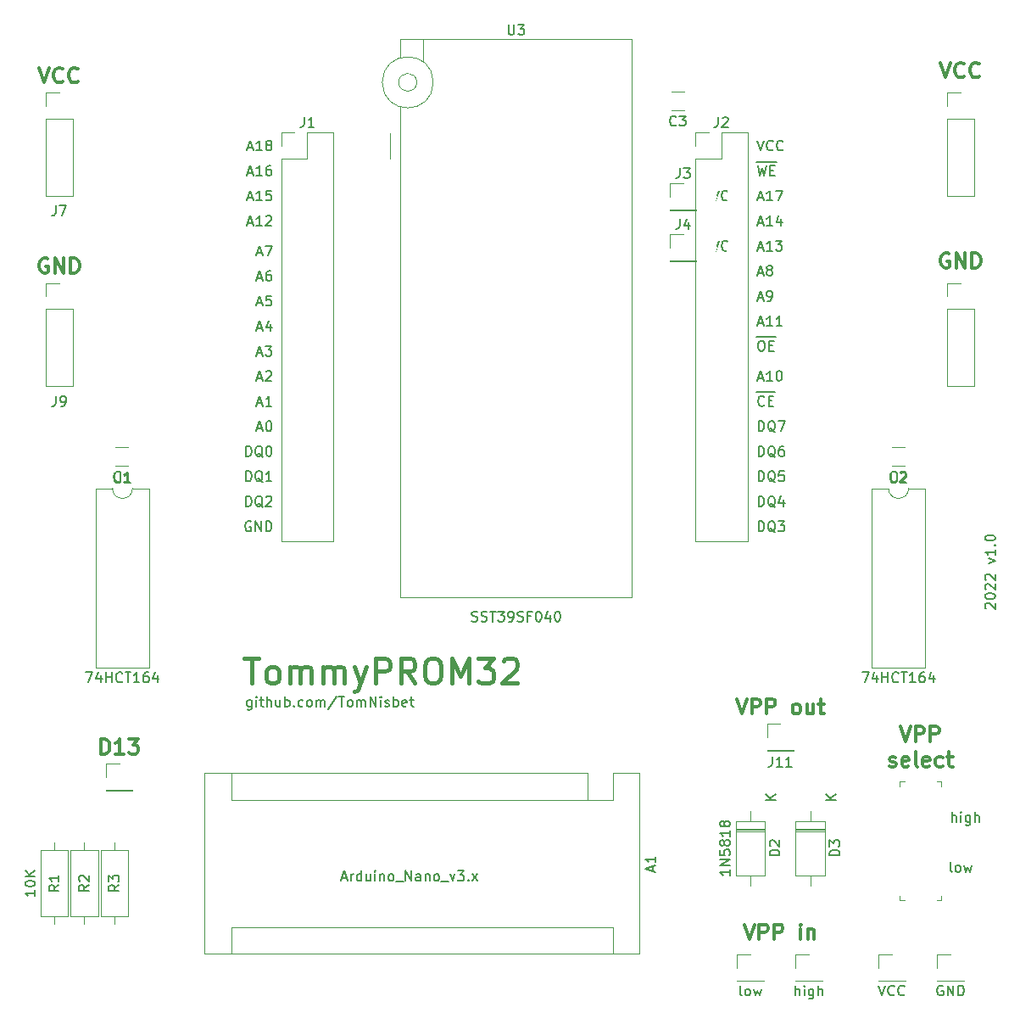
<source format=gto>
G04 #@! TF.GenerationSoftware,KiCad,Pcbnew,(5.1.9)-1*
G04 #@! TF.CreationDate,2022-11-18T16:49:04-05:00*
G04 #@! TF.ProjectId,TommyPROM32,546f6d6d-7950-4524-9f4d-33322e6b6963,rev?*
G04 #@! TF.SameCoordinates,Original*
G04 #@! TF.FileFunction,Legend,Top*
G04 #@! TF.FilePolarity,Positive*
%FSLAX46Y46*%
G04 Gerber Fmt 4.6, Leading zero omitted, Abs format (unit mm)*
G04 Created by KiCad (PCBNEW (5.1.9)-1) date 2022-11-18 16:49:04*
%MOMM*%
%LPD*%
G01*
G04 APERTURE LIST*
%ADD10C,0.150000*%
%ADD11C,0.400000*%
%ADD12C,0.300000*%
%ADD13C,0.120000*%
%ADD14C,0.100000*%
%ADD15R,1.700000X1.700000*%
%ADD16O,2.000000X1.440000*%
%ADD17R,2.000000X1.440000*%
%ADD18O,1.600000X1.600000*%
%ADD19R,1.600000X1.600000*%
%ADD20C,1.900000*%
%ADD21R,1.900000X1.900000*%
%ADD22C,1.600000*%
%ADD23O,1.700000X1.700000*%
%ADD24O,2.200000X2.200000*%
%ADD25R,2.200000X2.200000*%
G04 APERTURE END LIST*
D10*
X152547619Y-95166666D02*
X152500000Y-95119047D01*
X152452380Y-95023809D01*
X152452380Y-94785714D01*
X152500000Y-94690476D01*
X152547619Y-94642857D01*
X152642857Y-94595238D01*
X152738095Y-94595238D01*
X152880952Y-94642857D01*
X153452380Y-95214285D01*
X153452380Y-94595238D01*
X152452380Y-93976190D02*
X152452380Y-93880952D01*
X152500000Y-93785714D01*
X152547619Y-93738095D01*
X152642857Y-93690476D01*
X152833333Y-93642857D01*
X153071428Y-93642857D01*
X153261904Y-93690476D01*
X153357142Y-93738095D01*
X153404761Y-93785714D01*
X153452380Y-93880952D01*
X153452380Y-93976190D01*
X153404761Y-94071428D01*
X153357142Y-94119047D01*
X153261904Y-94166666D01*
X153071428Y-94214285D01*
X152833333Y-94214285D01*
X152642857Y-94166666D01*
X152547619Y-94119047D01*
X152500000Y-94071428D01*
X152452380Y-93976190D01*
X152547619Y-93261904D02*
X152500000Y-93214285D01*
X152452380Y-93119047D01*
X152452380Y-92880952D01*
X152500000Y-92785714D01*
X152547619Y-92738095D01*
X152642857Y-92690476D01*
X152738095Y-92690476D01*
X152880952Y-92738095D01*
X153452380Y-93309523D01*
X153452380Y-92690476D01*
X152547619Y-92309523D02*
X152500000Y-92261904D01*
X152452380Y-92166666D01*
X152452380Y-91928571D01*
X152500000Y-91833333D01*
X152547619Y-91785714D01*
X152642857Y-91738095D01*
X152738095Y-91738095D01*
X152880952Y-91785714D01*
X153452380Y-92357142D01*
X153452380Y-91738095D01*
X152785714Y-90642857D02*
X153452380Y-90404761D01*
X152785714Y-90166666D01*
X153452380Y-89261904D02*
X153452380Y-89833333D01*
X153452380Y-89547619D02*
X152452380Y-89547619D01*
X152595238Y-89642857D01*
X152690476Y-89738095D01*
X152738095Y-89833333D01*
X153357142Y-88833333D02*
X153404761Y-88785714D01*
X153452380Y-88833333D01*
X153404761Y-88880952D01*
X153357142Y-88833333D01*
X153452380Y-88833333D01*
X152452380Y-88166666D02*
X152452380Y-88071428D01*
X152500000Y-87976190D01*
X152547619Y-87928571D01*
X152642857Y-87880952D01*
X152833333Y-87833333D01*
X153071428Y-87833333D01*
X153261904Y-87880952D01*
X153357142Y-87928571D01*
X153404761Y-87976190D01*
X153452380Y-88071428D01*
X153452380Y-88166666D01*
X153404761Y-88261904D01*
X153357142Y-88309523D01*
X153261904Y-88357142D01*
X153071428Y-88404761D01*
X152833333Y-88404761D01*
X152642857Y-88357142D01*
X152547619Y-88309523D01*
X152500000Y-88261904D01*
X152452380Y-88166666D01*
X79190476Y-104285714D02*
X79190476Y-105095238D01*
X79142857Y-105190476D01*
X79095238Y-105238095D01*
X79000000Y-105285714D01*
X78857142Y-105285714D01*
X78761904Y-105238095D01*
X79190476Y-104904761D02*
X79095238Y-104952380D01*
X78904761Y-104952380D01*
X78809523Y-104904761D01*
X78761904Y-104857142D01*
X78714285Y-104761904D01*
X78714285Y-104476190D01*
X78761904Y-104380952D01*
X78809523Y-104333333D01*
X78904761Y-104285714D01*
X79095238Y-104285714D01*
X79190476Y-104333333D01*
X79666666Y-104952380D02*
X79666666Y-104285714D01*
X79666666Y-103952380D02*
X79619047Y-104000000D01*
X79666666Y-104047619D01*
X79714285Y-104000000D01*
X79666666Y-103952380D01*
X79666666Y-104047619D01*
X80000000Y-104285714D02*
X80380952Y-104285714D01*
X80142857Y-103952380D02*
X80142857Y-104809523D01*
X80190476Y-104904761D01*
X80285714Y-104952380D01*
X80380952Y-104952380D01*
X80714285Y-104952380D02*
X80714285Y-103952380D01*
X81142857Y-104952380D02*
X81142857Y-104428571D01*
X81095238Y-104333333D01*
X81000000Y-104285714D01*
X80857142Y-104285714D01*
X80761904Y-104333333D01*
X80714285Y-104380952D01*
X82047619Y-104285714D02*
X82047619Y-104952380D01*
X81619047Y-104285714D02*
X81619047Y-104809523D01*
X81666666Y-104904761D01*
X81761904Y-104952380D01*
X81904761Y-104952380D01*
X82000000Y-104904761D01*
X82047619Y-104857142D01*
X82523809Y-104952380D02*
X82523809Y-103952380D01*
X82523809Y-104333333D02*
X82619047Y-104285714D01*
X82809523Y-104285714D01*
X82904761Y-104333333D01*
X82952380Y-104380952D01*
X83000000Y-104476190D01*
X83000000Y-104761904D01*
X82952380Y-104857142D01*
X82904761Y-104904761D01*
X82809523Y-104952380D01*
X82619047Y-104952380D01*
X82523809Y-104904761D01*
X83428571Y-104857142D02*
X83476190Y-104904761D01*
X83428571Y-104952380D01*
X83380952Y-104904761D01*
X83428571Y-104857142D01*
X83428571Y-104952380D01*
X84333333Y-104904761D02*
X84238095Y-104952380D01*
X84047619Y-104952380D01*
X83952380Y-104904761D01*
X83904761Y-104857142D01*
X83857142Y-104761904D01*
X83857142Y-104476190D01*
X83904761Y-104380952D01*
X83952380Y-104333333D01*
X84047619Y-104285714D01*
X84238095Y-104285714D01*
X84333333Y-104333333D01*
X84904761Y-104952380D02*
X84809523Y-104904761D01*
X84761904Y-104857142D01*
X84714285Y-104761904D01*
X84714285Y-104476190D01*
X84761904Y-104380952D01*
X84809523Y-104333333D01*
X84904761Y-104285714D01*
X85047619Y-104285714D01*
X85142857Y-104333333D01*
X85190476Y-104380952D01*
X85238095Y-104476190D01*
X85238095Y-104761904D01*
X85190476Y-104857142D01*
X85142857Y-104904761D01*
X85047619Y-104952380D01*
X84904761Y-104952380D01*
X85666666Y-104952380D02*
X85666666Y-104285714D01*
X85666666Y-104380952D02*
X85714285Y-104333333D01*
X85809523Y-104285714D01*
X85952380Y-104285714D01*
X86047619Y-104333333D01*
X86095238Y-104428571D01*
X86095238Y-104952380D01*
X86095238Y-104428571D02*
X86142857Y-104333333D01*
X86238095Y-104285714D01*
X86380952Y-104285714D01*
X86476190Y-104333333D01*
X86523809Y-104428571D01*
X86523809Y-104952380D01*
X87714285Y-103904761D02*
X86857142Y-105190476D01*
X87904761Y-103952380D02*
X88476190Y-103952380D01*
X88190476Y-104952380D02*
X88190476Y-103952380D01*
X88952380Y-104952380D02*
X88857142Y-104904761D01*
X88809523Y-104857142D01*
X88761904Y-104761904D01*
X88761904Y-104476190D01*
X88809523Y-104380952D01*
X88857142Y-104333333D01*
X88952380Y-104285714D01*
X89095238Y-104285714D01*
X89190476Y-104333333D01*
X89238095Y-104380952D01*
X89285714Y-104476190D01*
X89285714Y-104761904D01*
X89238095Y-104857142D01*
X89190476Y-104904761D01*
X89095238Y-104952380D01*
X88952380Y-104952380D01*
X89714285Y-104952380D02*
X89714285Y-104285714D01*
X89714285Y-104380952D02*
X89761904Y-104333333D01*
X89857142Y-104285714D01*
X90000000Y-104285714D01*
X90095238Y-104333333D01*
X90142857Y-104428571D01*
X90142857Y-104952380D01*
X90142857Y-104428571D02*
X90190476Y-104333333D01*
X90285714Y-104285714D01*
X90428571Y-104285714D01*
X90523809Y-104333333D01*
X90571428Y-104428571D01*
X90571428Y-104952380D01*
X91047619Y-104952380D02*
X91047619Y-103952380D01*
X91619047Y-104952380D01*
X91619047Y-103952380D01*
X92095238Y-104952380D02*
X92095238Y-104285714D01*
X92095238Y-103952380D02*
X92047619Y-104000000D01*
X92095238Y-104047619D01*
X92142857Y-104000000D01*
X92095238Y-103952380D01*
X92095238Y-104047619D01*
X92523809Y-104904761D02*
X92619047Y-104952380D01*
X92809523Y-104952380D01*
X92904761Y-104904761D01*
X92952380Y-104809523D01*
X92952380Y-104761904D01*
X92904761Y-104666666D01*
X92809523Y-104619047D01*
X92666666Y-104619047D01*
X92571428Y-104571428D01*
X92523809Y-104476190D01*
X92523809Y-104428571D01*
X92571428Y-104333333D01*
X92666666Y-104285714D01*
X92809523Y-104285714D01*
X92904761Y-104333333D01*
X93380952Y-104952380D02*
X93380952Y-103952380D01*
X93380952Y-104333333D02*
X93476190Y-104285714D01*
X93666666Y-104285714D01*
X93761904Y-104333333D01*
X93809523Y-104380952D01*
X93857142Y-104476190D01*
X93857142Y-104761904D01*
X93809523Y-104857142D01*
X93761904Y-104904761D01*
X93666666Y-104952380D01*
X93476190Y-104952380D01*
X93380952Y-104904761D01*
X94666666Y-104904761D02*
X94571428Y-104952380D01*
X94380952Y-104952380D01*
X94285714Y-104904761D01*
X94238095Y-104809523D01*
X94238095Y-104428571D01*
X94285714Y-104333333D01*
X94380952Y-104285714D01*
X94571428Y-104285714D01*
X94666666Y-104333333D01*
X94714285Y-104428571D01*
X94714285Y-104523809D01*
X94238095Y-104619047D01*
X95000000Y-104285714D02*
X95380952Y-104285714D01*
X95142857Y-103952380D02*
X95142857Y-104809523D01*
X95190476Y-104904761D01*
X95285714Y-104952380D01*
X95380952Y-104952380D01*
D11*
X78498095Y-100130952D02*
X79926666Y-100130952D01*
X79212380Y-102630952D02*
X79212380Y-100130952D01*
X81117142Y-102630952D02*
X80879047Y-102511904D01*
X80760000Y-102392857D01*
X80640952Y-102154761D01*
X80640952Y-101440476D01*
X80760000Y-101202380D01*
X80879047Y-101083333D01*
X81117142Y-100964285D01*
X81474285Y-100964285D01*
X81712380Y-101083333D01*
X81831428Y-101202380D01*
X81950476Y-101440476D01*
X81950476Y-102154761D01*
X81831428Y-102392857D01*
X81712380Y-102511904D01*
X81474285Y-102630952D01*
X81117142Y-102630952D01*
X83021904Y-102630952D02*
X83021904Y-100964285D01*
X83021904Y-101202380D02*
X83140952Y-101083333D01*
X83379047Y-100964285D01*
X83736190Y-100964285D01*
X83974285Y-101083333D01*
X84093333Y-101321428D01*
X84093333Y-102630952D01*
X84093333Y-101321428D02*
X84212380Y-101083333D01*
X84450476Y-100964285D01*
X84807619Y-100964285D01*
X85045714Y-101083333D01*
X85164761Y-101321428D01*
X85164761Y-102630952D01*
X86355238Y-102630952D02*
X86355238Y-100964285D01*
X86355238Y-101202380D02*
X86474285Y-101083333D01*
X86712380Y-100964285D01*
X87069523Y-100964285D01*
X87307619Y-101083333D01*
X87426666Y-101321428D01*
X87426666Y-102630952D01*
X87426666Y-101321428D02*
X87545714Y-101083333D01*
X87783809Y-100964285D01*
X88140952Y-100964285D01*
X88379047Y-101083333D01*
X88498095Y-101321428D01*
X88498095Y-102630952D01*
X89450476Y-100964285D02*
X90045714Y-102630952D01*
X90640952Y-100964285D02*
X90045714Y-102630952D01*
X89807619Y-103226190D01*
X89688571Y-103345238D01*
X89450476Y-103464285D01*
X91593333Y-102630952D02*
X91593333Y-100130952D01*
X92545714Y-100130952D01*
X92783809Y-100250000D01*
X92902857Y-100369047D01*
X93021904Y-100607142D01*
X93021904Y-100964285D01*
X92902857Y-101202380D01*
X92783809Y-101321428D01*
X92545714Y-101440476D01*
X91593333Y-101440476D01*
X95521904Y-102630952D02*
X94688571Y-101440476D01*
X94093333Y-102630952D02*
X94093333Y-100130952D01*
X95045714Y-100130952D01*
X95283809Y-100250000D01*
X95402857Y-100369047D01*
X95521904Y-100607142D01*
X95521904Y-100964285D01*
X95402857Y-101202380D01*
X95283809Y-101321428D01*
X95045714Y-101440476D01*
X94093333Y-101440476D01*
X97069523Y-100130952D02*
X97545714Y-100130952D01*
X97783809Y-100250000D01*
X98021904Y-100488095D01*
X98140952Y-100964285D01*
X98140952Y-101797619D01*
X98021904Y-102273809D01*
X97783809Y-102511904D01*
X97545714Y-102630952D01*
X97069523Y-102630952D01*
X96831428Y-102511904D01*
X96593333Y-102273809D01*
X96474285Y-101797619D01*
X96474285Y-100964285D01*
X96593333Y-100488095D01*
X96831428Y-100250000D01*
X97069523Y-100130952D01*
X99212380Y-102630952D02*
X99212380Y-100130952D01*
X100045714Y-101916666D01*
X100879047Y-100130952D01*
X100879047Y-102630952D01*
X101831428Y-100130952D02*
X103379047Y-100130952D01*
X102545714Y-101083333D01*
X102902857Y-101083333D01*
X103140952Y-101202380D01*
X103260000Y-101321428D01*
X103379047Y-101559523D01*
X103379047Y-102154761D01*
X103260000Y-102392857D01*
X103140952Y-102511904D01*
X102902857Y-102630952D01*
X102188571Y-102630952D01*
X101950476Y-102511904D01*
X101831428Y-102392857D01*
X104331428Y-100369047D02*
X104450476Y-100250000D01*
X104688571Y-100130952D01*
X105283809Y-100130952D01*
X105521904Y-100250000D01*
X105640952Y-100369047D01*
X105760000Y-100607142D01*
X105760000Y-100845238D01*
X105640952Y-101202380D01*
X104212380Y-102630952D01*
X105760000Y-102630952D01*
D12*
X144000000Y-106903571D02*
X144500000Y-108403571D01*
X145000000Y-106903571D01*
X145500000Y-108403571D02*
X145500000Y-106903571D01*
X146071428Y-106903571D01*
X146214285Y-106975000D01*
X146285714Y-107046428D01*
X146357142Y-107189285D01*
X146357142Y-107403571D01*
X146285714Y-107546428D01*
X146214285Y-107617857D01*
X146071428Y-107689285D01*
X145500000Y-107689285D01*
X147000000Y-108403571D02*
X147000000Y-106903571D01*
X147571428Y-106903571D01*
X147714285Y-106975000D01*
X147785714Y-107046428D01*
X147857142Y-107189285D01*
X147857142Y-107403571D01*
X147785714Y-107546428D01*
X147714285Y-107617857D01*
X147571428Y-107689285D01*
X147000000Y-107689285D01*
X142928571Y-110882142D02*
X143071428Y-110953571D01*
X143357142Y-110953571D01*
X143500000Y-110882142D01*
X143571428Y-110739285D01*
X143571428Y-110667857D01*
X143500000Y-110525000D01*
X143357142Y-110453571D01*
X143142857Y-110453571D01*
X143000000Y-110382142D01*
X142928571Y-110239285D01*
X142928571Y-110167857D01*
X143000000Y-110025000D01*
X143142857Y-109953571D01*
X143357142Y-109953571D01*
X143500000Y-110025000D01*
X144785714Y-110882142D02*
X144642857Y-110953571D01*
X144357142Y-110953571D01*
X144214285Y-110882142D01*
X144142857Y-110739285D01*
X144142857Y-110167857D01*
X144214285Y-110025000D01*
X144357142Y-109953571D01*
X144642857Y-109953571D01*
X144785714Y-110025000D01*
X144857142Y-110167857D01*
X144857142Y-110310714D01*
X144142857Y-110453571D01*
X145714285Y-110953571D02*
X145571428Y-110882142D01*
X145500000Y-110739285D01*
X145500000Y-109453571D01*
X146857142Y-110882142D02*
X146714285Y-110953571D01*
X146428571Y-110953571D01*
X146285714Y-110882142D01*
X146214285Y-110739285D01*
X146214285Y-110167857D01*
X146285714Y-110025000D01*
X146428571Y-109953571D01*
X146714285Y-109953571D01*
X146857142Y-110025000D01*
X146928571Y-110167857D01*
X146928571Y-110310714D01*
X146214285Y-110453571D01*
X148214285Y-110882142D02*
X148071428Y-110953571D01*
X147785714Y-110953571D01*
X147642857Y-110882142D01*
X147571428Y-110810714D01*
X147500000Y-110667857D01*
X147500000Y-110239285D01*
X147571428Y-110096428D01*
X147642857Y-110025000D01*
X147785714Y-109953571D01*
X148071428Y-109953571D01*
X148214285Y-110025000D01*
X148642857Y-109953571D02*
X149214285Y-109953571D01*
X148857142Y-109453571D02*
X148857142Y-110739285D01*
X148928571Y-110882142D01*
X149071428Y-110953571D01*
X149214285Y-110953571D01*
X128392857Y-126678571D02*
X128892857Y-128178571D01*
X129392857Y-126678571D01*
X129892857Y-128178571D02*
X129892857Y-126678571D01*
X130464285Y-126678571D01*
X130607142Y-126750000D01*
X130678571Y-126821428D01*
X130750000Y-126964285D01*
X130750000Y-127178571D01*
X130678571Y-127321428D01*
X130607142Y-127392857D01*
X130464285Y-127464285D01*
X129892857Y-127464285D01*
X131392857Y-128178571D02*
X131392857Y-126678571D01*
X131964285Y-126678571D01*
X132107142Y-126750000D01*
X132178571Y-126821428D01*
X132250000Y-126964285D01*
X132250000Y-127178571D01*
X132178571Y-127321428D01*
X132107142Y-127392857D01*
X131964285Y-127464285D01*
X131392857Y-127464285D01*
X134035714Y-128178571D02*
X134035714Y-127178571D01*
X134035714Y-126678571D02*
X133964285Y-126750000D01*
X134035714Y-126821428D01*
X134107142Y-126750000D01*
X134035714Y-126678571D01*
X134035714Y-126821428D01*
X134750000Y-127178571D02*
X134750000Y-128178571D01*
X134750000Y-127321428D02*
X134821428Y-127250000D01*
X134964285Y-127178571D01*
X135178571Y-127178571D01*
X135321428Y-127250000D01*
X135392857Y-127392857D01*
X135392857Y-128178571D01*
D10*
X78831071Y-49166666D02*
X79307261Y-49166666D01*
X78735833Y-49452380D02*
X79069166Y-48452380D01*
X79402500Y-49452380D01*
X80259642Y-49452380D02*
X79688214Y-49452380D01*
X79973928Y-49452380D02*
X79973928Y-48452380D01*
X79878690Y-48595238D01*
X79783452Y-48690476D01*
X79688214Y-48738095D01*
X80831071Y-48880952D02*
X80735833Y-48833333D01*
X80688214Y-48785714D01*
X80640595Y-48690476D01*
X80640595Y-48642857D01*
X80688214Y-48547619D01*
X80735833Y-48500000D01*
X80831071Y-48452380D01*
X81021547Y-48452380D01*
X81116785Y-48500000D01*
X81164404Y-48547619D01*
X81212023Y-48642857D01*
X81212023Y-48690476D01*
X81164404Y-48785714D01*
X81116785Y-48833333D01*
X81021547Y-48880952D01*
X80831071Y-48880952D01*
X80735833Y-48928571D01*
X80688214Y-48976190D01*
X80640595Y-49071428D01*
X80640595Y-49261904D01*
X80688214Y-49357142D01*
X80735833Y-49404761D01*
X80831071Y-49452380D01*
X81021547Y-49452380D01*
X81116785Y-49404761D01*
X81164404Y-49357142D01*
X81212023Y-49261904D01*
X81212023Y-49071428D01*
X81164404Y-48976190D01*
X81116785Y-48928571D01*
X81021547Y-48880952D01*
X78831071Y-51666666D02*
X79307261Y-51666666D01*
X78735833Y-51952380D02*
X79069166Y-50952380D01*
X79402500Y-51952380D01*
X80259642Y-51952380D02*
X79688214Y-51952380D01*
X79973928Y-51952380D02*
X79973928Y-50952380D01*
X79878690Y-51095238D01*
X79783452Y-51190476D01*
X79688214Y-51238095D01*
X81116785Y-50952380D02*
X80926309Y-50952380D01*
X80831071Y-51000000D01*
X80783452Y-51047619D01*
X80688214Y-51190476D01*
X80640595Y-51380952D01*
X80640595Y-51761904D01*
X80688214Y-51857142D01*
X80735833Y-51904761D01*
X80831071Y-51952380D01*
X81021547Y-51952380D01*
X81116785Y-51904761D01*
X81164404Y-51857142D01*
X81212023Y-51761904D01*
X81212023Y-51523809D01*
X81164404Y-51428571D01*
X81116785Y-51380952D01*
X81021547Y-51333333D01*
X80831071Y-51333333D01*
X80735833Y-51380952D01*
X80688214Y-51428571D01*
X80640595Y-51523809D01*
X78831071Y-54166666D02*
X79307261Y-54166666D01*
X78735833Y-54452380D02*
X79069166Y-53452380D01*
X79402500Y-54452380D01*
X80259642Y-54452380D02*
X79688214Y-54452380D01*
X79973928Y-54452380D02*
X79973928Y-53452380D01*
X79878690Y-53595238D01*
X79783452Y-53690476D01*
X79688214Y-53738095D01*
X81164404Y-53452380D02*
X80688214Y-53452380D01*
X80640595Y-53928571D01*
X80688214Y-53880952D01*
X80783452Y-53833333D01*
X81021547Y-53833333D01*
X81116785Y-53880952D01*
X81164404Y-53928571D01*
X81212023Y-54023809D01*
X81212023Y-54261904D01*
X81164404Y-54357142D01*
X81116785Y-54404761D01*
X81021547Y-54452380D01*
X80783452Y-54452380D01*
X80688214Y-54404761D01*
X80640595Y-54357142D01*
X78831071Y-56666666D02*
X79307261Y-56666666D01*
X78735833Y-56952380D02*
X79069166Y-55952380D01*
X79402500Y-56952380D01*
X80259642Y-56952380D02*
X79688214Y-56952380D01*
X79973928Y-56952380D02*
X79973928Y-55952380D01*
X79878690Y-56095238D01*
X79783452Y-56190476D01*
X79688214Y-56238095D01*
X80640595Y-56047619D02*
X80688214Y-56000000D01*
X80783452Y-55952380D01*
X81021547Y-55952380D01*
X81116785Y-56000000D01*
X81164404Y-56047619D01*
X81212023Y-56142857D01*
X81212023Y-56238095D01*
X81164404Y-56380952D01*
X80592976Y-56952380D01*
X81212023Y-56952380D01*
X79783452Y-59666666D02*
X80259642Y-59666666D01*
X79688214Y-59952380D02*
X80021547Y-58952380D01*
X80354880Y-59952380D01*
X80592976Y-58952380D02*
X81259642Y-58952380D01*
X80831071Y-59952380D01*
X79783452Y-62166666D02*
X80259642Y-62166666D01*
X79688214Y-62452380D02*
X80021547Y-61452380D01*
X80354880Y-62452380D01*
X81116785Y-61452380D02*
X80926309Y-61452380D01*
X80831071Y-61500000D01*
X80783452Y-61547619D01*
X80688214Y-61690476D01*
X80640595Y-61880952D01*
X80640595Y-62261904D01*
X80688214Y-62357142D01*
X80735833Y-62404761D01*
X80831071Y-62452380D01*
X81021547Y-62452380D01*
X81116785Y-62404761D01*
X81164404Y-62357142D01*
X81212023Y-62261904D01*
X81212023Y-62023809D01*
X81164404Y-61928571D01*
X81116785Y-61880952D01*
X81021547Y-61833333D01*
X80831071Y-61833333D01*
X80735833Y-61880952D01*
X80688214Y-61928571D01*
X80640595Y-62023809D01*
X79783452Y-64666666D02*
X80259642Y-64666666D01*
X79688214Y-64952380D02*
X80021547Y-63952380D01*
X80354880Y-64952380D01*
X81164404Y-63952380D02*
X80688214Y-63952380D01*
X80640595Y-64428571D01*
X80688214Y-64380952D01*
X80783452Y-64333333D01*
X81021547Y-64333333D01*
X81116785Y-64380952D01*
X81164404Y-64428571D01*
X81212023Y-64523809D01*
X81212023Y-64761904D01*
X81164404Y-64857142D01*
X81116785Y-64904761D01*
X81021547Y-64952380D01*
X80783452Y-64952380D01*
X80688214Y-64904761D01*
X80640595Y-64857142D01*
X79783452Y-67166666D02*
X80259642Y-67166666D01*
X79688214Y-67452380D02*
X80021547Y-66452380D01*
X80354880Y-67452380D01*
X81116785Y-66785714D02*
X81116785Y-67452380D01*
X80878690Y-66404761D02*
X80640595Y-67119047D01*
X81259642Y-67119047D01*
X79783452Y-69666666D02*
X80259642Y-69666666D01*
X79688214Y-69952380D02*
X80021547Y-68952380D01*
X80354880Y-69952380D01*
X80592976Y-68952380D02*
X81212023Y-68952380D01*
X80878690Y-69333333D01*
X81021547Y-69333333D01*
X81116785Y-69380952D01*
X81164404Y-69428571D01*
X81212023Y-69523809D01*
X81212023Y-69761904D01*
X81164404Y-69857142D01*
X81116785Y-69904761D01*
X81021547Y-69952380D01*
X80735833Y-69952380D01*
X80640595Y-69904761D01*
X80592976Y-69857142D01*
X79783452Y-72166666D02*
X80259642Y-72166666D01*
X79688214Y-72452380D02*
X80021547Y-71452380D01*
X80354880Y-72452380D01*
X80640595Y-71547619D02*
X80688214Y-71500000D01*
X80783452Y-71452380D01*
X81021547Y-71452380D01*
X81116785Y-71500000D01*
X81164404Y-71547619D01*
X81212023Y-71642857D01*
X81212023Y-71738095D01*
X81164404Y-71880952D01*
X80592976Y-72452380D01*
X81212023Y-72452380D01*
X79783452Y-74666666D02*
X80259642Y-74666666D01*
X79688214Y-74952380D02*
X80021547Y-73952380D01*
X80354880Y-74952380D01*
X81212023Y-74952380D02*
X80640595Y-74952380D01*
X80926309Y-74952380D02*
X80926309Y-73952380D01*
X80831071Y-74095238D01*
X80735833Y-74190476D01*
X80640595Y-74238095D01*
X79783452Y-77166666D02*
X80259642Y-77166666D01*
X79688214Y-77452380D02*
X80021547Y-76452380D01*
X80354880Y-77452380D01*
X80878690Y-76452380D02*
X80973928Y-76452380D01*
X81069166Y-76500000D01*
X81116785Y-76547619D01*
X81164404Y-76642857D01*
X81212023Y-76833333D01*
X81212023Y-77071428D01*
X81164404Y-77261904D01*
X81116785Y-77357142D01*
X81069166Y-77404761D01*
X80973928Y-77452380D01*
X80878690Y-77452380D01*
X80783452Y-77404761D01*
X80735833Y-77357142D01*
X80688214Y-77261904D01*
X80640595Y-77071428D01*
X80640595Y-76833333D01*
X80688214Y-76642857D01*
X80735833Y-76547619D01*
X80783452Y-76500000D01*
X80878690Y-76452380D01*
X78640595Y-79952380D02*
X78640595Y-78952380D01*
X78878690Y-78952380D01*
X79021547Y-79000000D01*
X79116785Y-79095238D01*
X79164404Y-79190476D01*
X79212023Y-79380952D01*
X79212023Y-79523809D01*
X79164404Y-79714285D01*
X79116785Y-79809523D01*
X79021547Y-79904761D01*
X78878690Y-79952380D01*
X78640595Y-79952380D01*
X80307261Y-80047619D02*
X80212023Y-80000000D01*
X80116785Y-79904761D01*
X79973928Y-79761904D01*
X79878690Y-79714285D01*
X79783452Y-79714285D01*
X79831071Y-79952380D02*
X79735833Y-79904761D01*
X79640595Y-79809523D01*
X79592976Y-79619047D01*
X79592976Y-79285714D01*
X79640595Y-79095238D01*
X79735833Y-79000000D01*
X79831071Y-78952380D01*
X80021547Y-78952380D01*
X80116785Y-79000000D01*
X80212023Y-79095238D01*
X80259642Y-79285714D01*
X80259642Y-79619047D01*
X80212023Y-79809523D01*
X80116785Y-79904761D01*
X80021547Y-79952380D01*
X79831071Y-79952380D01*
X80878690Y-78952380D02*
X80973928Y-78952380D01*
X81069166Y-79000000D01*
X81116785Y-79047619D01*
X81164404Y-79142857D01*
X81212023Y-79333333D01*
X81212023Y-79571428D01*
X81164404Y-79761904D01*
X81116785Y-79857142D01*
X81069166Y-79904761D01*
X80973928Y-79952380D01*
X80878690Y-79952380D01*
X80783452Y-79904761D01*
X80735833Y-79857142D01*
X80688214Y-79761904D01*
X80640595Y-79571428D01*
X80640595Y-79333333D01*
X80688214Y-79142857D01*
X80735833Y-79047619D01*
X80783452Y-79000000D01*
X80878690Y-78952380D01*
X78640595Y-82452380D02*
X78640595Y-81452380D01*
X78878690Y-81452380D01*
X79021547Y-81500000D01*
X79116785Y-81595238D01*
X79164404Y-81690476D01*
X79212023Y-81880952D01*
X79212023Y-82023809D01*
X79164404Y-82214285D01*
X79116785Y-82309523D01*
X79021547Y-82404761D01*
X78878690Y-82452380D01*
X78640595Y-82452380D01*
X80307261Y-82547619D02*
X80212023Y-82500000D01*
X80116785Y-82404761D01*
X79973928Y-82261904D01*
X79878690Y-82214285D01*
X79783452Y-82214285D01*
X79831071Y-82452380D02*
X79735833Y-82404761D01*
X79640595Y-82309523D01*
X79592976Y-82119047D01*
X79592976Y-81785714D01*
X79640595Y-81595238D01*
X79735833Y-81500000D01*
X79831071Y-81452380D01*
X80021547Y-81452380D01*
X80116785Y-81500000D01*
X80212023Y-81595238D01*
X80259642Y-81785714D01*
X80259642Y-82119047D01*
X80212023Y-82309523D01*
X80116785Y-82404761D01*
X80021547Y-82452380D01*
X79831071Y-82452380D01*
X81212023Y-82452380D02*
X80640595Y-82452380D01*
X80926309Y-82452380D02*
X80926309Y-81452380D01*
X80831071Y-81595238D01*
X80735833Y-81690476D01*
X80640595Y-81738095D01*
X78640595Y-84952380D02*
X78640595Y-83952380D01*
X78878690Y-83952380D01*
X79021547Y-84000000D01*
X79116785Y-84095238D01*
X79164404Y-84190476D01*
X79212023Y-84380952D01*
X79212023Y-84523809D01*
X79164404Y-84714285D01*
X79116785Y-84809523D01*
X79021547Y-84904761D01*
X78878690Y-84952380D01*
X78640595Y-84952380D01*
X80307261Y-85047619D02*
X80212023Y-85000000D01*
X80116785Y-84904761D01*
X79973928Y-84761904D01*
X79878690Y-84714285D01*
X79783452Y-84714285D01*
X79831071Y-84952380D02*
X79735833Y-84904761D01*
X79640595Y-84809523D01*
X79592976Y-84619047D01*
X79592976Y-84285714D01*
X79640595Y-84095238D01*
X79735833Y-84000000D01*
X79831071Y-83952380D01*
X80021547Y-83952380D01*
X80116785Y-84000000D01*
X80212023Y-84095238D01*
X80259642Y-84285714D01*
X80259642Y-84619047D01*
X80212023Y-84809523D01*
X80116785Y-84904761D01*
X80021547Y-84952380D01*
X79831071Y-84952380D01*
X80640595Y-84047619D02*
X80688214Y-84000000D01*
X80783452Y-83952380D01*
X81021547Y-83952380D01*
X81116785Y-84000000D01*
X81164404Y-84047619D01*
X81212023Y-84142857D01*
X81212023Y-84238095D01*
X81164404Y-84380952D01*
X80592976Y-84952380D01*
X81212023Y-84952380D01*
X79116785Y-86500000D02*
X79021547Y-86452380D01*
X78878690Y-86452380D01*
X78735833Y-86500000D01*
X78640595Y-86595238D01*
X78592976Y-86690476D01*
X78545357Y-86880952D01*
X78545357Y-87023809D01*
X78592976Y-87214285D01*
X78640595Y-87309523D01*
X78735833Y-87404761D01*
X78878690Y-87452380D01*
X78973928Y-87452380D01*
X79116785Y-87404761D01*
X79164404Y-87357142D01*
X79164404Y-87023809D01*
X78973928Y-87023809D01*
X79592976Y-87452380D02*
X79592976Y-86452380D01*
X80164404Y-87452380D01*
X80164404Y-86452380D01*
X80640595Y-87452380D02*
X80640595Y-86452380D01*
X80878690Y-86452380D01*
X81021547Y-86500000D01*
X81116785Y-86595238D01*
X81164404Y-86690476D01*
X81212023Y-86880952D01*
X81212023Y-87023809D01*
X81164404Y-87214285D01*
X81116785Y-87309523D01*
X81021547Y-87404761D01*
X80878690Y-87452380D01*
X80640595Y-87452380D01*
X129835595Y-79952380D02*
X129835595Y-78952380D01*
X130073690Y-78952380D01*
X130216547Y-79000000D01*
X130311785Y-79095238D01*
X130359404Y-79190476D01*
X130407023Y-79380952D01*
X130407023Y-79523809D01*
X130359404Y-79714285D01*
X130311785Y-79809523D01*
X130216547Y-79904761D01*
X130073690Y-79952380D01*
X129835595Y-79952380D01*
X131502261Y-80047619D02*
X131407023Y-80000000D01*
X131311785Y-79904761D01*
X131168928Y-79761904D01*
X131073690Y-79714285D01*
X130978452Y-79714285D01*
X131026071Y-79952380D02*
X130930833Y-79904761D01*
X130835595Y-79809523D01*
X130787976Y-79619047D01*
X130787976Y-79285714D01*
X130835595Y-79095238D01*
X130930833Y-79000000D01*
X131026071Y-78952380D01*
X131216547Y-78952380D01*
X131311785Y-79000000D01*
X131407023Y-79095238D01*
X131454642Y-79285714D01*
X131454642Y-79619047D01*
X131407023Y-79809523D01*
X131311785Y-79904761D01*
X131216547Y-79952380D01*
X131026071Y-79952380D01*
X132311785Y-78952380D02*
X132121309Y-78952380D01*
X132026071Y-79000000D01*
X131978452Y-79047619D01*
X131883214Y-79190476D01*
X131835595Y-79380952D01*
X131835595Y-79761904D01*
X131883214Y-79857142D01*
X131930833Y-79904761D01*
X132026071Y-79952380D01*
X132216547Y-79952380D01*
X132311785Y-79904761D01*
X132359404Y-79857142D01*
X132407023Y-79761904D01*
X132407023Y-79523809D01*
X132359404Y-79428571D01*
X132311785Y-79380952D01*
X132216547Y-79333333D01*
X132026071Y-79333333D01*
X131930833Y-79380952D01*
X131883214Y-79428571D01*
X131835595Y-79523809D01*
X129835595Y-82452380D02*
X129835595Y-81452380D01*
X130073690Y-81452380D01*
X130216547Y-81500000D01*
X130311785Y-81595238D01*
X130359404Y-81690476D01*
X130407023Y-81880952D01*
X130407023Y-82023809D01*
X130359404Y-82214285D01*
X130311785Y-82309523D01*
X130216547Y-82404761D01*
X130073690Y-82452380D01*
X129835595Y-82452380D01*
X131502261Y-82547619D02*
X131407023Y-82500000D01*
X131311785Y-82404761D01*
X131168928Y-82261904D01*
X131073690Y-82214285D01*
X130978452Y-82214285D01*
X131026071Y-82452380D02*
X130930833Y-82404761D01*
X130835595Y-82309523D01*
X130787976Y-82119047D01*
X130787976Y-81785714D01*
X130835595Y-81595238D01*
X130930833Y-81500000D01*
X131026071Y-81452380D01*
X131216547Y-81452380D01*
X131311785Y-81500000D01*
X131407023Y-81595238D01*
X131454642Y-81785714D01*
X131454642Y-82119047D01*
X131407023Y-82309523D01*
X131311785Y-82404761D01*
X131216547Y-82452380D01*
X131026071Y-82452380D01*
X132359404Y-81452380D02*
X131883214Y-81452380D01*
X131835595Y-81928571D01*
X131883214Y-81880952D01*
X131978452Y-81833333D01*
X132216547Y-81833333D01*
X132311785Y-81880952D01*
X132359404Y-81928571D01*
X132407023Y-82023809D01*
X132407023Y-82261904D01*
X132359404Y-82357142D01*
X132311785Y-82404761D01*
X132216547Y-82452380D01*
X131978452Y-82452380D01*
X131883214Y-82404761D01*
X131835595Y-82357142D01*
X129835595Y-84952380D02*
X129835595Y-83952380D01*
X130073690Y-83952380D01*
X130216547Y-84000000D01*
X130311785Y-84095238D01*
X130359404Y-84190476D01*
X130407023Y-84380952D01*
X130407023Y-84523809D01*
X130359404Y-84714285D01*
X130311785Y-84809523D01*
X130216547Y-84904761D01*
X130073690Y-84952380D01*
X129835595Y-84952380D01*
X131502261Y-85047619D02*
X131407023Y-85000000D01*
X131311785Y-84904761D01*
X131168928Y-84761904D01*
X131073690Y-84714285D01*
X130978452Y-84714285D01*
X131026071Y-84952380D02*
X130930833Y-84904761D01*
X130835595Y-84809523D01*
X130787976Y-84619047D01*
X130787976Y-84285714D01*
X130835595Y-84095238D01*
X130930833Y-84000000D01*
X131026071Y-83952380D01*
X131216547Y-83952380D01*
X131311785Y-84000000D01*
X131407023Y-84095238D01*
X131454642Y-84285714D01*
X131454642Y-84619047D01*
X131407023Y-84809523D01*
X131311785Y-84904761D01*
X131216547Y-84952380D01*
X131026071Y-84952380D01*
X132311785Y-84285714D02*
X132311785Y-84952380D01*
X132073690Y-83904761D02*
X131835595Y-84619047D01*
X132454642Y-84619047D01*
X129835595Y-87452380D02*
X129835595Y-86452380D01*
X130073690Y-86452380D01*
X130216547Y-86500000D01*
X130311785Y-86595238D01*
X130359404Y-86690476D01*
X130407023Y-86880952D01*
X130407023Y-87023809D01*
X130359404Y-87214285D01*
X130311785Y-87309523D01*
X130216547Y-87404761D01*
X130073690Y-87452380D01*
X129835595Y-87452380D01*
X131502261Y-87547619D02*
X131407023Y-87500000D01*
X131311785Y-87404761D01*
X131168928Y-87261904D01*
X131073690Y-87214285D01*
X130978452Y-87214285D01*
X131026071Y-87452380D02*
X130930833Y-87404761D01*
X130835595Y-87309523D01*
X130787976Y-87119047D01*
X130787976Y-86785714D01*
X130835595Y-86595238D01*
X130930833Y-86500000D01*
X131026071Y-86452380D01*
X131216547Y-86452380D01*
X131311785Y-86500000D01*
X131407023Y-86595238D01*
X131454642Y-86785714D01*
X131454642Y-87119047D01*
X131407023Y-87309523D01*
X131311785Y-87404761D01*
X131216547Y-87452380D01*
X131026071Y-87452380D01*
X131787976Y-86452380D02*
X132407023Y-86452380D01*
X132073690Y-86833333D01*
X132216547Y-86833333D01*
X132311785Y-86880952D01*
X132359404Y-86928571D01*
X132407023Y-87023809D01*
X132407023Y-87261904D01*
X132359404Y-87357142D01*
X132311785Y-87404761D01*
X132216547Y-87452380D01*
X131930833Y-87452380D01*
X131835595Y-87404761D01*
X131787976Y-87357142D01*
X125192738Y-58452380D02*
X125526071Y-59452380D01*
X125859404Y-58452380D01*
X126764166Y-59357142D02*
X126716547Y-59404761D01*
X126573690Y-59452380D01*
X126478452Y-59452380D01*
X126335595Y-59404761D01*
X126240357Y-59309523D01*
X126192738Y-59214285D01*
X126145119Y-59023809D01*
X126145119Y-58880952D01*
X126192738Y-58690476D01*
X126240357Y-58595238D01*
X126335595Y-58500000D01*
X126478452Y-58452380D01*
X126573690Y-58452380D01*
X126716547Y-58500000D01*
X126764166Y-58547619D01*
X127764166Y-59357142D02*
X127716547Y-59404761D01*
X127573690Y-59452380D01*
X127478452Y-59452380D01*
X127335595Y-59404761D01*
X127240357Y-59309523D01*
X127192738Y-59214285D01*
X127145119Y-59023809D01*
X127145119Y-58880952D01*
X127192738Y-58690476D01*
X127240357Y-58595238D01*
X127335595Y-58500000D01*
X127478452Y-58452380D01*
X127573690Y-58452380D01*
X127716547Y-58500000D01*
X127764166Y-58547619D01*
X125192738Y-53452380D02*
X125526071Y-54452380D01*
X125859404Y-53452380D01*
X126764166Y-54357142D02*
X126716547Y-54404761D01*
X126573690Y-54452380D01*
X126478452Y-54452380D01*
X126335595Y-54404761D01*
X126240357Y-54309523D01*
X126192738Y-54214285D01*
X126145119Y-54023809D01*
X126145119Y-53880952D01*
X126192738Y-53690476D01*
X126240357Y-53595238D01*
X126335595Y-53500000D01*
X126478452Y-53452380D01*
X126573690Y-53452380D01*
X126716547Y-53500000D01*
X126764166Y-53547619D01*
X127764166Y-54357142D02*
X127716547Y-54404761D01*
X127573690Y-54452380D01*
X127478452Y-54452380D01*
X127335595Y-54404761D01*
X127240357Y-54309523D01*
X127192738Y-54214285D01*
X127145119Y-54023809D01*
X127145119Y-53880952D01*
X127192738Y-53690476D01*
X127240357Y-53595238D01*
X127335595Y-53500000D01*
X127478452Y-53452380D01*
X127573690Y-53452380D01*
X127716547Y-53500000D01*
X127764166Y-53547619D01*
X129835595Y-77452380D02*
X129835595Y-76452380D01*
X130073690Y-76452380D01*
X130216547Y-76500000D01*
X130311785Y-76595238D01*
X130359404Y-76690476D01*
X130407023Y-76880952D01*
X130407023Y-77023809D01*
X130359404Y-77214285D01*
X130311785Y-77309523D01*
X130216547Y-77404761D01*
X130073690Y-77452380D01*
X129835595Y-77452380D01*
X131502261Y-77547619D02*
X131407023Y-77500000D01*
X131311785Y-77404761D01*
X131168928Y-77261904D01*
X131073690Y-77214285D01*
X130978452Y-77214285D01*
X131026071Y-77452380D02*
X130930833Y-77404761D01*
X130835595Y-77309523D01*
X130787976Y-77119047D01*
X130787976Y-76785714D01*
X130835595Y-76595238D01*
X130930833Y-76500000D01*
X131026071Y-76452380D01*
X131216547Y-76452380D01*
X131311785Y-76500000D01*
X131407023Y-76595238D01*
X131454642Y-76785714D01*
X131454642Y-77119047D01*
X131407023Y-77309523D01*
X131311785Y-77404761D01*
X131216547Y-77452380D01*
X131026071Y-77452380D01*
X131787976Y-76452380D02*
X132454642Y-76452380D01*
X132026071Y-77452380D01*
X129597500Y-73585000D02*
X130597500Y-73585000D01*
X130407023Y-74857142D02*
X130359404Y-74904761D01*
X130216547Y-74952380D01*
X130121309Y-74952380D01*
X129978452Y-74904761D01*
X129883214Y-74809523D01*
X129835595Y-74714285D01*
X129787976Y-74523809D01*
X129787976Y-74380952D01*
X129835595Y-74190476D01*
X129883214Y-74095238D01*
X129978452Y-74000000D01*
X130121309Y-73952380D01*
X130216547Y-73952380D01*
X130359404Y-74000000D01*
X130407023Y-74047619D01*
X130597500Y-73585000D02*
X131502261Y-73585000D01*
X130835595Y-74428571D02*
X131168928Y-74428571D01*
X131311785Y-74952380D02*
X130835595Y-74952380D01*
X130835595Y-73952380D01*
X131311785Y-73952380D01*
X129787976Y-72166666D02*
X130264166Y-72166666D01*
X129692738Y-72452380D02*
X130026071Y-71452380D01*
X130359404Y-72452380D01*
X131216547Y-72452380D02*
X130645119Y-72452380D01*
X130930833Y-72452380D02*
X130930833Y-71452380D01*
X130835595Y-71595238D01*
X130740357Y-71690476D01*
X130645119Y-71738095D01*
X131835595Y-71452380D02*
X131930833Y-71452380D01*
X132026071Y-71500000D01*
X132073690Y-71547619D01*
X132121309Y-71642857D01*
X132168928Y-71833333D01*
X132168928Y-72071428D01*
X132121309Y-72261904D01*
X132073690Y-72357142D01*
X132026071Y-72404761D01*
X131930833Y-72452380D01*
X131835595Y-72452380D01*
X131740357Y-72404761D01*
X131692738Y-72357142D01*
X131645119Y-72261904D01*
X131597500Y-72071428D01*
X131597500Y-71833333D01*
X131645119Y-71642857D01*
X131692738Y-71547619D01*
X131740357Y-71500000D01*
X131835595Y-71452380D01*
X129597500Y-68085000D02*
X130645119Y-68085000D01*
X130026071Y-68452380D02*
X130216547Y-68452380D01*
X130311785Y-68500000D01*
X130407023Y-68595238D01*
X130454642Y-68785714D01*
X130454642Y-69119047D01*
X130407023Y-69309523D01*
X130311785Y-69404761D01*
X130216547Y-69452380D01*
X130026071Y-69452380D01*
X129930833Y-69404761D01*
X129835595Y-69309523D01*
X129787976Y-69119047D01*
X129787976Y-68785714D01*
X129835595Y-68595238D01*
X129930833Y-68500000D01*
X130026071Y-68452380D01*
X130645119Y-68085000D02*
X131549880Y-68085000D01*
X130883214Y-68928571D02*
X131216547Y-68928571D01*
X131359404Y-69452380D02*
X130883214Y-69452380D01*
X130883214Y-68452380D01*
X131359404Y-68452380D01*
X129787976Y-66666666D02*
X130264166Y-66666666D01*
X129692738Y-66952380D02*
X130026071Y-65952380D01*
X130359404Y-66952380D01*
X131216547Y-66952380D02*
X130645119Y-66952380D01*
X130930833Y-66952380D02*
X130930833Y-65952380D01*
X130835595Y-66095238D01*
X130740357Y-66190476D01*
X130645119Y-66238095D01*
X132168928Y-66952380D02*
X131597500Y-66952380D01*
X131883214Y-66952380D02*
X131883214Y-65952380D01*
X131787976Y-66095238D01*
X131692738Y-66190476D01*
X131597500Y-66238095D01*
X129787976Y-64166666D02*
X130264166Y-64166666D01*
X129692738Y-64452380D02*
X130026071Y-63452380D01*
X130359404Y-64452380D01*
X130740357Y-64452380D02*
X130930833Y-64452380D01*
X131026071Y-64404761D01*
X131073690Y-64357142D01*
X131168928Y-64214285D01*
X131216547Y-64023809D01*
X131216547Y-63642857D01*
X131168928Y-63547619D01*
X131121309Y-63500000D01*
X131026071Y-63452380D01*
X130835595Y-63452380D01*
X130740357Y-63500000D01*
X130692738Y-63547619D01*
X130645119Y-63642857D01*
X130645119Y-63880952D01*
X130692738Y-63976190D01*
X130740357Y-64023809D01*
X130835595Y-64071428D01*
X131026071Y-64071428D01*
X131121309Y-64023809D01*
X131168928Y-63976190D01*
X131216547Y-63880952D01*
X129787976Y-61666666D02*
X130264166Y-61666666D01*
X129692738Y-61952380D02*
X130026071Y-60952380D01*
X130359404Y-61952380D01*
X130835595Y-61380952D02*
X130740357Y-61333333D01*
X130692738Y-61285714D01*
X130645119Y-61190476D01*
X130645119Y-61142857D01*
X130692738Y-61047619D01*
X130740357Y-61000000D01*
X130835595Y-60952380D01*
X131026071Y-60952380D01*
X131121309Y-61000000D01*
X131168928Y-61047619D01*
X131216547Y-61142857D01*
X131216547Y-61190476D01*
X131168928Y-61285714D01*
X131121309Y-61333333D01*
X131026071Y-61380952D01*
X130835595Y-61380952D01*
X130740357Y-61428571D01*
X130692738Y-61476190D01*
X130645119Y-61571428D01*
X130645119Y-61761904D01*
X130692738Y-61857142D01*
X130740357Y-61904761D01*
X130835595Y-61952380D01*
X131026071Y-61952380D01*
X131121309Y-61904761D01*
X131168928Y-61857142D01*
X131216547Y-61761904D01*
X131216547Y-61571428D01*
X131168928Y-61476190D01*
X131121309Y-61428571D01*
X131026071Y-61380952D01*
X129787976Y-59166666D02*
X130264166Y-59166666D01*
X129692738Y-59452380D02*
X130026071Y-58452380D01*
X130359404Y-59452380D01*
X131216547Y-59452380D02*
X130645119Y-59452380D01*
X130930833Y-59452380D02*
X130930833Y-58452380D01*
X130835595Y-58595238D01*
X130740357Y-58690476D01*
X130645119Y-58738095D01*
X131549880Y-58452380D02*
X132168928Y-58452380D01*
X131835595Y-58833333D01*
X131978452Y-58833333D01*
X132073690Y-58880952D01*
X132121309Y-58928571D01*
X132168928Y-59023809D01*
X132168928Y-59261904D01*
X132121309Y-59357142D01*
X132073690Y-59404761D01*
X131978452Y-59452380D01*
X131692738Y-59452380D01*
X131597500Y-59404761D01*
X131549880Y-59357142D01*
X129787976Y-56666666D02*
X130264166Y-56666666D01*
X129692738Y-56952380D02*
X130026071Y-55952380D01*
X130359404Y-56952380D01*
X131216547Y-56952380D02*
X130645119Y-56952380D01*
X130930833Y-56952380D02*
X130930833Y-55952380D01*
X130835595Y-56095238D01*
X130740357Y-56190476D01*
X130645119Y-56238095D01*
X132073690Y-56285714D02*
X132073690Y-56952380D01*
X131835595Y-55904761D02*
X131597500Y-56619047D01*
X132216547Y-56619047D01*
X129692738Y-48452380D02*
X130026071Y-49452380D01*
X130359404Y-48452380D01*
X131264166Y-49357142D02*
X131216547Y-49404761D01*
X131073690Y-49452380D01*
X130978452Y-49452380D01*
X130835595Y-49404761D01*
X130740357Y-49309523D01*
X130692738Y-49214285D01*
X130645119Y-49023809D01*
X130645119Y-48880952D01*
X130692738Y-48690476D01*
X130740357Y-48595238D01*
X130835595Y-48500000D01*
X130978452Y-48452380D01*
X131073690Y-48452380D01*
X131216547Y-48500000D01*
X131264166Y-48547619D01*
X132264166Y-49357142D02*
X132216547Y-49404761D01*
X132073690Y-49452380D01*
X131978452Y-49452380D01*
X131835595Y-49404761D01*
X131740357Y-49309523D01*
X131692738Y-49214285D01*
X131645119Y-49023809D01*
X131645119Y-48880952D01*
X131692738Y-48690476D01*
X131740357Y-48595238D01*
X131835595Y-48500000D01*
X131978452Y-48452380D01*
X132073690Y-48452380D01*
X132216547Y-48500000D01*
X132264166Y-48547619D01*
X129787976Y-54166666D02*
X130264166Y-54166666D01*
X129692738Y-54452380D02*
X130026071Y-53452380D01*
X130359404Y-54452380D01*
X131216547Y-54452380D02*
X130645119Y-54452380D01*
X130930833Y-54452380D02*
X130930833Y-53452380D01*
X130835595Y-53595238D01*
X130740357Y-53690476D01*
X130645119Y-53738095D01*
X131549880Y-53452380D02*
X132216547Y-53452380D01*
X131787976Y-54452380D01*
X129597500Y-50585000D02*
X130740357Y-50585000D01*
X129740357Y-50952380D02*
X129978452Y-51952380D01*
X130168928Y-51238095D01*
X130359404Y-51952380D01*
X130597500Y-50952380D01*
X130740357Y-50585000D02*
X131645119Y-50585000D01*
X130978452Y-51428571D02*
X131311785Y-51428571D01*
X131454642Y-51952380D02*
X130978452Y-51952380D01*
X130978452Y-50952380D01*
X131454642Y-50952380D01*
D13*
X147670000Y-129670000D02*
X149000000Y-129670000D01*
X147670000Y-131000000D02*
X147670000Y-129670000D01*
X147670000Y-132270000D02*
X150330000Y-132270000D01*
X150330000Y-132270000D02*
X150330000Y-132330000D01*
X147670000Y-132270000D02*
X147670000Y-132330000D01*
X147670000Y-132330000D02*
X150330000Y-132330000D01*
X93050000Y-50270000D02*
X93050000Y-47730000D01*
X96350000Y-38340000D02*
X96350000Y-40600000D01*
X94070000Y-38340000D02*
X94070000Y-40200000D01*
X117170000Y-38340000D02*
X94070000Y-38340000D01*
X117170000Y-94040000D02*
X117170000Y-38340000D01*
X94070000Y-94040000D02*
X117170000Y-94040000D01*
X94070000Y-45100000D02*
X94070000Y-94040000D01*
X95700000Y-42650000D02*
G75*
G03*
X95700000Y-42650000I-900000J0D01*
G01*
X97350000Y-42650000D02*
G75*
G03*
X97350000Y-42650000I-2550000J0D01*
G01*
X146460000Y-83170000D02*
X144810000Y-83170000D01*
X146460000Y-101070000D02*
X146460000Y-83170000D01*
X141160000Y-101070000D02*
X146460000Y-101070000D01*
X141160000Y-83170000D02*
X141160000Y-101070000D01*
X142810000Y-83170000D02*
X141160000Y-83170000D01*
X144810000Y-83170000D02*
G75*
G02*
X142810000Y-83170000I-1000000J0D01*
G01*
X68960000Y-83170000D02*
X67310000Y-83170000D01*
X68960000Y-101070000D02*
X68960000Y-83170000D01*
X63660000Y-101070000D02*
X68960000Y-101070000D01*
X63660000Y-83170000D02*
X63660000Y-101070000D01*
X65310000Y-83170000D02*
X63660000Y-83170000D01*
X67310000Y-83170000D02*
G75*
G02*
X65310000Y-83170000I-1000000J0D01*
G01*
D14*
X148100000Y-124300000D02*
X148100000Y-123800000D01*
X148100000Y-124300000D02*
X147600000Y-124300000D01*
X148100000Y-112400000D02*
X147600000Y-112400000D01*
X148100000Y-112400000D02*
X148100000Y-112900000D01*
X143900000Y-112400000D02*
X144400000Y-112400000D01*
X143900000Y-112400000D02*
X143900000Y-112900000D01*
X143900000Y-124300000D02*
X144400000Y-124300000D01*
X143900000Y-124300000D02*
X143900000Y-123800000D01*
D13*
X65500000Y-126620000D02*
X65500000Y-125850000D01*
X65500000Y-118540000D02*
X65500000Y-119310000D01*
X66870000Y-125850000D02*
X66870000Y-119310000D01*
X64130000Y-125850000D02*
X66870000Y-125850000D01*
X64130000Y-119310000D02*
X64130000Y-125850000D01*
X66870000Y-119310000D02*
X64130000Y-119310000D01*
X62500000Y-126620000D02*
X62500000Y-125850000D01*
X62500000Y-118540000D02*
X62500000Y-119310000D01*
X63870000Y-125850000D02*
X63870000Y-119310000D01*
X61130000Y-125850000D02*
X63870000Y-125850000D01*
X61130000Y-119310000D02*
X61130000Y-125850000D01*
X63870000Y-119310000D02*
X61130000Y-119310000D01*
X59500000Y-126620000D02*
X59500000Y-125850000D01*
X59500000Y-118540000D02*
X59500000Y-119310000D01*
X60870000Y-125850000D02*
X60870000Y-119310000D01*
X58130000Y-125850000D02*
X60870000Y-125850000D01*
X58130000Y-119310000D02*
X58130000Y-125850000D01*
X60870000Y-119310000D02*
X58130000Y-119310000D01*
X141819999Y-129670000D02*
X143149999Y-129670000D01*
X141819999Y-131000000D02*
X141819999Y-129670000D01*
X141819999Y-132270000D02*
X144479999Y-132270000D01*
X144479999Y-132270000D02*
X144479999Y-132330000D01*
X141819999Y-132270000D02*
X141819999Y-132330000D01*
X141819999Y-132330000D02*
X144479999Y-132330000D01*
X64670000Y-110670000D02*
X66000000Y-110670000D01*
X64670000Y-112000000D02*
X64670000Y-110670000D01*
X64670000Y-113270000D02*
X67330000Y-113270000D01*
X67330000Y-113270000D02*
X67330000Y-113330000D01*
X64670000Y-113270000D02*
X64670000Y-113330000D01*
X64670000Y-113330000D02*
X67330000Y-113330000D01*
X130670000Y-106670000D02*
X132000000Y-106670000D01*
X130670000Y-108000000D02*
X130670000Y-106670000D01*
X130670000Y-109270000D02*
X133330000Y-109270000D01*
X133330000Y-109270000D02*
X133330000Y-109330000D01*
X130670000Y-109270000D02*
X130670000Y-109330000D01*
X130670000Y-109330000D02*
X133330000Y-109330000D01*
X148670000Y-62670000D02*
X150000000Y-62670000D01*
X148670000Y-64000000D02*
X148670000Y-62670000D01*
X148670000Y-65270000D02*
X151330000Y-65270000D01*
X151330000Y-65270000D02*
X151330000Y-72950000D01*
X148670000Y-65270000D02*
X148670000Y-72950000D01*
X148670000Y-72950000D02*
X151330000Y-72950000D01*
X58670000Y-62670000D02*
X60000000Y-62670000D01*
X58670000Y-64000000D02*
X58670000Y-62670000D01*
X58670000Y-65270000D02*
X61330000Y-65270000D01*
X61330000Y-65270000D02*
X61330000Y-72950000D01*
X58670000Y-65270000D02*
X58670000Y-72950000D01*
X58670000Y-72950000D02*
X61330000Y-72950000D01*
X148670000Y-43670000D02*
X150000000Y-43670000D01*
X148670000Y-45000000D02*
X148670000Y-43670000D01*
X148670000Y-46270000D02*
X151330000Y-46270000D01*
X151330000Y-46270000D02*
X151330000Y-53950000D01*
X148670000Y-46270000D02*
X148670000Y-53950000D01*
X148670000Y-53950000D02*
X151330000Y-53950000D01*
X58670000Y-43670000D02*
X60000000Y-43670000D01*
X58670000Y-45000000D02*
X58670000Y-43670000D01*
X58670000Y-46270000D02*
X61330000Y-46270000D01*
X61330000Y-46270000D02*
X61330000Y-53950000D01*
X58670000Y-46270000D02*
X58670000Y-53950000D01*
X58670000Y-53950000D02*
X61330000Y-53950000D01*
X127670000Y-129670000D02*
X129000000Y-129670000D01*
X127670000Y-131000000D02*
X127670000Y-129670000D01*
X127670000Y-132270000D02*
X130330000Y-132270000D01*
X130330000Y-132270000D02*
X130330000Y-132330000D01*
X127670000Y-132270000D02*
X127670000Y-132330000D01*
X127670000Y-132330000D02*
X130330000Y-132330000D01*
X133520000Y-129670000D02*
X134850000Y-129670000D01*
X133520000Y-131000000D02*
X133520000Y-129670000D01*
X133520000Y-132270000D02*
X136180000Y-132270000D01*
X136180000Y-132270000D02*
X136180000Y-132330000D01*
X133520000Y-132270000D02*
X133520000Y-132330000D01*
X133520000Y-132330000D02*
X136180000Y-132330000D01*
X120970000Y-57830000D02*
X122300000Y-57830000D01*
X120970000Y-59160000D02*
X120970000Y-57830000D01*
X120970000Y-60430000D02*
X123630000Y-60430000D01*
X123630000Y-60430000D02*
X123630000Y-60490000D01*
X120970000Y-60430000D02*
X120970000Y-60490000D01*
X120970000Y-60490000D02*
X123630000Y-60490000D01*
X120970000Y-52750000D02*
X122300000Y-52750000D01*
X120970000Y-54080000D02*
X120970000Y-52750000D01*
X120970000Y-55350000D02*
X123630000Y-55350000D01*
X123630000Y-55350000D02*
X123630000Y-55410000D01*
X120970000Y-55350000D02*
X120970000Y-55410000D01*
X120970000Y-55410000D02*
X123630000Y-55410000D01*
X123520000Y-47670000D02*
X124850000Y-47670000D01*
X123520000Y-49000000D02*
X123520000Y-47670000D01*
X126120000Y-47670000D02*
X128720000Y-47670000D01*
X126120000Y-50270000D02*
X126120000Y-47670000D01*
X123520000Y-50270000D02*
X126120000Y-50270000D01*
X128720000Y-47670000D02*
X128720000Y-88430000D01*
X123520000Y-50270000D02*
X123520000Y-88430000D01*
X123520000Y-88430000D02*
X128720000Y-88430000D01*
X82170000Y-47670000D02*
X83500000Y-47670000D01*
X82170000Y-49000000D02*
X82170000Y-47670000D01*
X84770000Y-47670000D02*
X87370000Y-47670000D01*
X84770000Y-50270000D02*
X84770000Y-47670000D01*
X82170000Y-50270000D02*
X84770000Y-50270000D01*
X87370000Y-47670000D02*
X87370000Y-88430000D01*
X82170000Y-50270000D02*
X82170000Y-88430000D01*
X82170000Y-88430000D02*
X87370000Y-88430000D01*
X136470000Y-117140000D02*
X133530000Y-117140000D01*
X136470000Y-117380000D02*
X133530000Y-117380000D01*
X136470000Y-117260000D02*
X133530000Y-117260000D01*
X135000000Y-122820000D02*
X135000000Y-121800000D01*
X135000000Y-115340000D02*
X135000000Y-116360000D01*
X136470000Y-121800000D02*
X136470000Y-116360000D01*
X133530000Y-121800000D02*
X136470000Y-121800000D01*
X133530000Y-116360000D02*
X133530000Y-121800000D01*
X136470000Y-116360000D02*
X133530000Y-116360000D01*
X130470000Y-117140000D02*
X127530000Y-117140000D01*
X130470000Y-117380000D02*
X127530000Y-117380000D01*
X130470000Y-117260000D02*
X127530000Y-117260000D01*
X129000000Y-122820000D02*
X129000000Y-121800000D01*
X129000000Y-115340000D02*
X129000000Y-116360000D01*
X130470000Y-121800000D02*
X130470000Y-116360000D01*
X127530000Y-121800000D02*
X130470000Y-121800000D01*
X127530000Y-116360000D02*
X127530000Y-121800000D01*
X130470000Y-116360000D02*
X127530000Y-116360000D01*
X66879000Y-79080000D02*
X65621000Y-79080000D01*
X66879000Y-80920000D02*
X65621000Y-80920000D01*
X122379000Y-43580000D02*
X121121000Y-43580000D01*
X122379000Y-45420000D02*
X121121000Y-45420000D01*
X144379000Y-79080000D02*
X143121000Y-79080000D01*
X144379000Y-80920000D02*
X143121000Y-80920000D01*
X117940000Y-129640000D02*
X117940000Y-111600000D01*
X74500000Y-129640000D02*
X117940000Y-129640000D01*
X74500000Y-111600000D02*
X74500000Y-129640000D01*
X77170000Y-114270000D02*
X77170000Y-111600000D01*
X112730000Y-114270000D02*
X77170000Y-114270000D01*
X112730000Y-114270000D02*
X112730000Y-111600000D01*
X77170000Y-126970000D02*
X77170000Y-129640000D01*
X115270000Y-126970000D02*
X77170000Y-126970000D01*
X115270000Y-126970000D02*
X115270000Y-129640000D01*
X117940000Y-111600000D02*
X115270000Y-111600000D01*
X112730000Y-111600000D02*
X74500000Y-111600000D01*
X115270000Y-114270000D02*
X115270000Y-111600000D01*
X112730000Y-114270000D02*
X115270000Y-114270000D01*
D10*
X148238095Y-132830000D02*
X148142857Y-132782380D01*
X148000000Y-132782380D01*
X147857142Y-132830000D01*
X147761904Y-132925238D01*
X147714285Y-133020476D01*
X147666666Y-133210952D01*
X147666666Y-133353809D01*
X147714285Y-133544285D01*
X147761904Y-133639523D01*
X147857142Y-133734761D01*
X148000000Y-133782380D01*
X148095238Y-133782380D01*
X148238095Y-133734761D01*
X148285714Y-133687142D01*
X148285714Y-133353809D01*
X148095238Y-133353809D01*
X148714285Y-133782380D02*
X148714285Y-132782380D01*
X149285714Y-133782380D01*
X149285714Y-132782380D01*
X149761904Y-133782380D02*
X149761904Y-132782380D01*
X150000000Y-132782380D01*
X150142857Y-132830000D01*
X150238095Y-132925238D01*
X150285714Y-133020476D01*
X150333333Y-133210952D01*
X150333333Y-133353809D01*
X150285714Y-133544285D01*
X150238095Y-133639523D01*
X150142857Y-133734761D01*
X150000000Y-133782380D01*
X149761904Y-133782380D01*
X104858095Y-36892380D02*
X104858095Y-37701904D01*
X104905714Y-37797142D01*
X104953333Y-37844761D01*
X105048571Y-37892380D01*
X105239047Y-37892380D01*
X105334285Y-37844761D01*
X105381904Y-37797142D01*
X105429523Y-37701904D01*
X105429523Y-36892380D01*
X105810476Y-36892380D02*
X106429523Y-36892380D01*
X106096190Y-37273333D01*
X106239047Y-37273333D01*
X106334285Y-37320952D01*
X106381904Y-37368571D01*
X106429523Y-37463809D01*
X106429523Y-37701904D01*
X106381904Y-37797142D01*
X106334285Y-37844761D01*
X106239047Y-37892380D01*
X105953333Y-37892380D01*
X105858095Y-37844761D01*
X105810476Y-37797142D01*
X101191428Y-96404761D02*
X101334285Y-96452380D01*
X101572380Y-96452380D01*
X101667619Y-96404761D01*
X101715238Y-96357142D01*
X101762857Y-96261904D01*
X101762857Y-96166666D01*
X101715238Y-96071428D01*
X101667619Y-96023809D01*
X101572380Y-95976190D01*
X101381904Y-95928571D01*
X101286666Y-95880952D01*
X101239047Y-95833333D01*
X101191428Y-95738095D01*
X101191428Y-95642857D01*
X101239047Y-95547619D01*
X101286666Y-95500000D01*
X101381904Y-95452380D01*
X101620000Y-95452380D01*
X101762857Y-95500000D01*
X102143809Y-96404761D02*
X102286666Y-96452380D01*
X102524761Y-96452380D01*
X102620000Y-96404761D01*
X102667619Y-96357142D01*
X102715238Y-96261904D01*
X102715238Y-96166666D01*
X102667619Y-96071428D01*
X102620000Y-96023809D01*
X102524761Y-95976190D01*
X102334285Y-95928571D01*
X102239047Y-95880952D01*
X102191428Y-95833333D01*
X102143809Y-95738095D01*
X102143809Y-95642857D01*
X102191428Y-95547619D01*
X102239047Y-95500000D01*
X102334285Y-95452380D01*
X102572380Y-95452380D01*
X102715238Y-95500000D01*
X103000952Y-95452380D02*
X103572380Y-95452380D01*
X103286666Y-96452380D02*
X103286666Y-95452380D01*
X103810476Y-95452380D02*
X104429523Y-95452380D01*
X104096190Y-95833333D01*
X104239047Y-95833333D01*
X104334285Y-95880952D01*
X104381904Y-95928571D01*
X104429523Y-96023809D01*
X104429523Y-96261904D01*
X104381904Y-96357142D01*
X104334285Y-96404761D01*
X104239047Y-96452380D01*
X103953333Y-96452380D01*
X103858095Y-96404761D01*
X103810476Y-96357142D01*
X104905714Y-96452380D02*
X105096190Y-96452380D01*
X105191428Y-96404761D01*
X105239047Y-96357142D01*
X105334285Y-96214285D01*
X105381904Y-96023809D01*
X105381904Y-95642857D01*
X105334285Y-95547619D01*
X105286666Y-95500000D01*
X105191428Y-95452380D01*
X105000952Y-95452380D01*
X104905714Y-95500000D01*
X104858095Y-95547619D01*
X104810476Y-95642857D01*
X104810476Y-95880952D01*
X104858095Y-95976190D01*
X104905714Y-96023809D01*
X105000952Y-96071428D01*
X105191428Y-96071428D01*
X105286666Y-96023809D01*
X105334285Y-95976190D01*
X105381904Y-95880952D01*
X105762857Y-96404761D02*
X105905714Y-96452380D01*
X106143809Y-96452380D01*
X106239047Y-96404761D01*
X106286666Y-96357142D01*
X106334285Y-96261904D01*
X106334285Y-96166666D01*
X106286666Y-96071428D01*
X106239047Y-96023809D01*
X106143809Y-95976190D01*
X105953333Y-95928571D01*
X105858095Y-95880952D01*
X105810476Y-95833333D01*
X105762857Y-95738095D01*
X105762857Y-95642857D01*
X105810476Y-95547619D01*
X105858095Y-95500000D01*
X105953333Y-95452380D01*
X106191428Y-95452380D01*
X106334285Y-95500000D01*
X107096190Y-95928571D02*
X106762857Y-95928571D01*
X106762857Y-96452380D02*
X106762857Y-95452380D01*
X107239047Y-95452380D01*
X107810476Y-95452380D02*
X107905714Y-95452380D01*
X108000952Y-95500000D01*
X108048571Y-95547619D01*
X108096190Y-95642857D01*
X108143809Y-95833333D01*
X108143809Y-96071428D01*
X108096190Y-96261904D01*
X108048571Y-96357142D01*
X108000952Y-96404761D01*
X107905714Y-96452380D01*
X107810476Y-96452380D01*
X107715238Y-96404761D01*
X107667619Y-96357142D01*
X107620000Y-96261904D01*
X107572380Y-96071428D01*
X107572380Y-95833333D01*
X107620000Y-95642857D01*
X107667619Y-95547619D01*
X107715238Y-95500000D01*
X107810476Y-95452380D01*
X109000952Y-95785714D02*
X109000952Y-96452380D01*
X108762857Y-95404761D02*
X108524761Y-96119047D01*
X109143809Y-96119047D01*
X109715238Y-95452380D02*
X109810476Y-95452380D01*
X109905714Y-95500000D01*
X109953333Y-95547619D01*
X110000952Y-95642857D01*
X110048571Y-95833333D01*
X110048571Y-96071428D01*
X110000952Y-96261904D01*
X109953333Y-96357142D01*
X109905714Y-96404761D01*
X109810476Y-96452380D01*
X109715238Y-96452380D01*
X109620000Y-96404761D01*
X109572380Y-96357142D01*
X109524761Y-96261904D01*
X109477142Y-96071428D01*
X109477142Y-95833333D01*
X109524761Y-95642857D01*
X109572380Y-95547619D01*
X109620000Y-95500000D01*
X109715238Y-95452380D01*
X143048095Y-81622380D02*
X143048095Y-82431904D01*
X143095714Y-82527142D01*
X143143333Y-82574761D01*
X143238571Y-82622380D01*
X143429047Y-82622380D01*
X143524285Y-82574761D01*
X143571904Y-82527142D01*
X143619523Y-82431904D01*
X143619523Y-81622380D01*
X144048095Y-81717619D02*
X144095714Y-81670000D01*
X144190952Y-81622380D01*
X144429047Y-81622380D01*
X144524285Y-81670000D01*
X144571904Y-81717619D01*
X144619523Y-81812857D01*
X144619523Y-81908095D01*
X144571904Y-82050952D01*
X144000476Y-82622380D01*
X144619523Y-82622380D01*
X140167142Y-101522380D02*
X140833809Y-101522380D01*
X140405238Y-102522380D01*
X141643333Y-101855714D02*
X141643333Y-102522380D01*
X141405238Y-101474761D02*
X141167142Y-102189047D01*
X141786190Y-102189047D01*
X142167142Y-102522380D02*
X142167142Y-101522380D01*
X142167142Y-101998571D02*
X142738571Y-101998571D01*
X142738571Y-102522380D02*
X142738571Y-101522380D01*
X143786190Y-102427142D02*
X143738571Y-102474761D01*
X143595714Y-102522380D01*
X143500476Y-102522380D01*
X143357619Y-102474761D01*
X143262380Y-102379523D01*
X143214761Y-102284285D01*
X143167142Y-102093809D01*
X143167142Y-101950952D01*
X143214761Y-101760476D01*
X143262380Y-101665238D01*
X143357619Y-101570000D01*
X143500476Y-101522380D01*
X143595714Y-101522380D01*
X143738571Y-101570000D01*
X143786190Y-101617619D01*
X144071904Y-101522380D02*
X144643333Y-101522380D01*
X144357619Y-102522380D02*
X144357619Y-101522380D01*
X145500476Y-102522380D02*
X144929047Y-102522380D01*
X145214761Y-102522380D02*
X145214761Y-101522380D01*
X145119523Y-101665238D01*
X145024285Y-101760476D01*
X144929047Y-101808095D01*
X146357619Y-101522380D02*
X146167142Y-101522380D01*
X146071904Y-101570000D01*
X146024285Y-101617619D01*
X145929047Y-101760476D01*
X145881428Y-101950952D01*
X145881428Y-102331904D01*
X145929047Y-102427142D01*
X145976666Y-102474761D01*
X146071904Y-102522380D01*
X146262380Y-102522380D01*
X146357619Y-102474761D01*
X146405238Y-102427142D01*
X146452857Y-102331904D01*
X146452857Y-102093809D01*
X146405238Y-101998571D01*
X146357619Y-101950952D01*
X146262380Y-101903333D01*
X146071904Y-101903333D01*
X145976666Y-101950952D01*
X145929047Y-101998571D01*
X145881428Y-102093809D01*
X147310000Y-101855714D02*
X147310000Y-102522380D01*
X147071904Y-101474761D02*
X146833809Y-102189047D01*
X147452857Y-102189047D01*
X65548095Y-81622380D02*
X65548095Y-82431904D01*
X65595714Y-82527142D01*
X65643333Y-82574761D01*
X65738571Y-82622380D01*
X65929047Y-82622380D01*
X66024285Y-82574761D01*
X66071904Y-82527142D01*
X66119523Y-82431904D01*
X66119523Y-81622380D01*
X67119523Y-82622380D02*
X66548095Y-82622380D01*
X66833809Y-82622380D02*
X66833809Y-81622380D01*
X66738571Y-81765238D01*
X66643333Y-81860476D01*
X66548095Y-81908095D01*
X62667142Y-101522380D02*
X63333809Y-101522380D01*
X62905238Y-102522380D01*
X64143333Y-101855714D02*
X64143333Y-102522380D01*
X63905238Y-101474761D02*
X63667142Y-102189047D01*
X64286190Y-102189047D01*
X64667142Y-102522380D02*
X64667142Y-101522380D01*
X64667142Y-101998571D02*
X65238571Y-101998571D01*
X65238571Y-102522380D02*
X65238571Y-101522380D01*
X66286190Y-102427142D02*
X66238571Y-102474761D01*
X66095714Y-102522380D01*
X66000476Y-102522380D01*
X65857619Y-102474761D01*
X65762380Y-102379523D01*
X65714761Y-102284285D01*
X65667142Y-102093809D01*
X65667142Y-101950952D01*
X65714761Y-101760476D01*
X65762380Y-101665238D01*
X65857619Y-101570000D01*
X66000476Y-101522380D01*
X66095714Y-101522380D01*
X66238571Y-101570000D01*
X66286190Y-101617619D01*
X66571904Y-101522380D02*
X67143333Y-101522380D01*
X66857619Y-102522380D02*
X66857619Y-101522380D01*
X68000476Y-102522380D02*
X67429047Y-102522380D01*
X67714761Y-102522380D02*
X67714761Y-101522380D01*
X67619523Y-101665238D01*
X67524285Y-101760476D01*
X67429047Y-101808095D01*
X68857619Y-101522380D02*
X68667142Y-101522380D01*
X68571904Y-101570000D01*
X68524285Y-101617619D01*
X68429047Y-101760476D01*
X68381428Y-101950952D01*
X68381428Y-102331904D01*
X68429047Y-102427142D01*
X68476666Y-102474761D01*
X68571904Y-102522380D01*
X68762380Y-102522380D01*
X68857619Y-102474761D01*
X68905238Y-102427142D01*
X68952857Y-102331904D01*
X68952857Y-102093809D01*
X68905238Y-101998571D01*
X68857619Y-101950952D01*
X68762380Y-101903333D01*
X68571904Y-101903333D01*
X68476666Y-101950952D01*
X68429047Y-101998571D01*
X68381428Y-102093809D01*
X69810000Y-101855714D02*
X69810000Y-102522380D01*
X69571904Y-101474761D02*
X69333809Y-102189047D01*
X69952857Y-102189047D01*
X149142857Y-121452380D02*
X149047619Y-121404761D01*
X149000000Y-121309523D01*
X149000000Y-120452380D01*
X149666666Y-121452380D02*
X149571428Y-121404761D01*
X149523809Y-121357142D01*
X149476190Y-121261904D01*
X149476190Y-120976190D01*
X149523809Y-120880952D01*
X149571428Y-120833333D01*
X149666666Y-120785714D01*
X149809523Y-120785714D01*
X149904761Y-120833333D01*
X149952380Y-120880952D01*
X150000000Y-120976190D01*
X150000000Y-121261904D01*
X149952380Y-121357142D01*
X149904761Y-121404761D01*
X149809523Y-121452380D01*
X149666666Y-121452380D01*
X150333333Y-120785714D02*
X150523809Y-121452380D01*
X150714285Y-120976190D01*
X150904761Y-121452380D01*
X151095238Y-120785714D01*
X149142857Y-116452380D02*
X149142857Y-115452380D01*
X149571428Y-116452380D02*
X149571428Y-115928571D01*
X149523809Y-115833333D01*
X149428571Y-115785714D01*
X149285714Y-115785714D01*
X149190476Y-115833333D01*
X149142857Y-115880952D01*
X150047619Y-116452380D02*
X150047619Y-115785714D01*
X150047619Y-115452380D02*
X150000000Y-115500000D01*
X150047619Y-115547619D01*
X150095238Y-115500000D01*
X150047619Y-115452380D01*
X150047619Y-115547619D01*
X150952380Y-115785714D02*
X150952380Y-116595238D01*
X150904761Y-116690476D01*
X150857142Y-116738095D01*
X150761904Y-116785714D01*
X150619047Y-116785714D01*
X150523809Y-116738095D01*
X150952380Y-116404761D02*
X150857142Y-116452380D01*
X150666666Y-116452380D01*
X150571428Y-116404761D01*
X150523809Y-116357142D01*
X150476190Y-116261904D01*
X150476190Y-115976190D01*
X150523809Y-115880952D01*
X150571428Y-115833333D01*
X150666666Y-115785714D01*
X150857142Y-115785714D01*
X150952380Y-115833333D01*
X151428571Y-116452380D02*
X151428571Y-115452380D01*
X151857142Y-116452380D02*
X151857142Y-115928571D01*
X151809523Y-115833333D01*
X151714285Y-115785714D01*
X151571428Y-115785714D01*
X151476190Y-115833333D01*
X151428571Y-115880952D01*
X65952380Y-122746666D02*
X65476190Y-123080000D01*
X65952380Y-123318095D02*
X64952380Y-123318095D01*
X64952380Y-122937142D01*
X65000000Y-122841904D01*
X65047619Y-122794285D01*
X65142857Y-122746666D01*
X65285714Y-122746666D01*
X65380952Y-122794285D01*
X65428571Y-122841904D01*
X65476190Y-122937142D01*
X65476190Y-123318095D01*
X64952380Y-122413333D02*
X64952380Y-121794285D01*
X65333333Y-122127619D01*
X65333333Y-121984761D01*
X65380952Y-121889523D01*
X65428571Y-121841904D01*
X65523809Y-121794285D01*
X65761904Y-121794285D01*
X65857142Y-121841904D01*
X65904761Y-121889523D01*
X65952380Y-121984761D01*
X65952380Y-122270476D01*
X65904761Y-122365714D01*
X65857142Y-122413333D01*
X62952380Y-122746666D02*
X62476190Y-123080000D01*
X62952380Y-123318095D02*
X61952380Y-123318095D01*
X61952380Y-122937142D01*
X62000000Y-122841904D01*
X62047619Y-122794285D01*
X62142857Y-122746666D01*
X62285714Y-122746666D01*
X62380952Y-122794285D01*
X62428571Y-122841904D01*
X62476190Y-122937142D01*
X62476190Y-123318095D01*
X62047619Y-122365714D02*
X62000000Y-122318095D01*
X61952380Y-122222857D01*
X61952380Y-121984761D01*
X62000000Y-121889523D01*
X62047619Y-121841904D01*
X62142857Y-121794285D01*
X62238095Y-121794285D01*
X62380952Y-121841904D01*
X62952380Y-122413333D01*
X62952380Y-121794285D01*
X59952380Y-122746666D02*
X59476190Y-123080000D01*
X59952380Y-123318095D02*
X58952380Y-123318095D01*
X58952380Y-122937142D01*
X59000000Y-122841904D01*
X59047619Y-122794285D01*
X59142857Y-122746666D01*
X59285714Y-122746666D01*
X59380952Y-122794285D01*
X59428571Y-122841904D01*
X59476190Y-122937142D01*
X59476190Y-123318095D01*
X59952380Y-121794285D02*
X59952380Y-122365714D01*
X59952380Y-122080000D02*
X58952380Y-122080000D01*
X59095238Y-122175238D01*
X59190476Y-122270476D01*
X59238095Y-122365714D01*
X57582380Y-123270476D02*
X57582380Y-123841904D01*
X57582380Y-123556190D02*
X56582380Y-123556190D01*
X56725238Y-123651428D01*
X56820476Y-123746666D01*
X56868095Y-123841904D01*
X56582380Y-122651428D02*
X56582380Y-122556190D01*
X56630000Y-122460952D01*
X56677619Y-122413333D01*
X56772857Y-122365714D01*
X56963333Y-122318095D01*
X57201428Y-122318095D01*
X57391904Y-122365714D01*
X57487142Y-122413333D01*
X57534761Y-122460952D01*
X57582380Y-122556190D01*
X57582380Y-122651428D01*
X57534761Y-122746666D01*
X57487142Y-122794285D01*
X57391904Y-122841904D01*
X57201428Y-122889523D01*
X56963333Y-122889523D01*
X56772857Y-122841904D01*
X56677619Y-122794285D01*
X56630000Y-122746666D01*
X56582380Y-122651428D01*
X57582380Y-121889523D02*
X56582380Y-121889523D01*
X57582380Y-121318095D02*
X57010952Y-121746666D01*
X56582380Y-121318095D02*
X57153809Y-121889523D01*
X141816665Y-132782380D02*
X142149999Y-133782380D01*
X142483332Y-132782380D01*
X143388094Y-133687142D02*
X143340475Y-133734761D01*
X143197618Y-133782380D01*
X143102379Y-133782380D01*
X142959522Y-133734761D01*
X142864284Y-133639523D01*
X142816665Y-133544285D01*
X142769046Y-133353809D01*
X142769046Y-133210952D01*
X142816665Y-133020476D01*
X142864284Y-132925238D01*
X142959522Y-132830000D01*
X143102379Y-132782380D01*
X143197618Y-132782380D01*
X143340475Y-132830000D01*
X143388094Y-132877619D01*
X144388094Y-133687142D02*
X144340475Y-133734761D01*
X144197618Y-133782380D01*
X144102379Y-133782380D01*
X143959522Y-133734761D01*
X143864284Y-133639523D01*
X143816665Y-133544285D01*
X143769046Y-133353809D01*
X143769046Y-133210952D01*
X143816665Y-133020476D01*
X143864284Y-132925238D01*
X143959522Y-132830000D01*
X144102379Y-132782380D01*
X144197618Y-132782380D01*
X144340475Y-132830000D01*
X144388094Y-132877619D01*
D12*
X64178571Y-109678571D02*
X64178571Y-108178571D01*
X64535714Y-108178571D01*
X64750000Y-108250000D01*
X64892857Y-108392857D01*
X64964285Y-108535714D01*
X65035714Y-108821428D01*
X65035714Y-109035714D01*
X64964285Y-109321428D01*
X64892857Y-109464285D01*
X64750000Y-109607142D01*
X64535714Y-109678571D01*
X64178571Y-109678571D01*
X66464285Y-109678571D02*
X65607142Y-109678571D01*
X66035714Y-109678571D02*
X66035714Y-108178571D01*
X65892857Y-108392857D01*
X65750000Y-108535714D01*
X65607142Y-108607142D01*
X66964285Y-108178571D02*
X67892857Y-108178571D01*
X67392857Y-108750000D01*
X67607142Y-108750000D01*
X67750000Y-108821428D01*
X67821428Y-108892857D01*
X67892857Y-109035714D01*
X67892857Y-109392857D01*
X67821428Y-109535714D01*
X67750000Y-109607142D01*
X67607142Y-109678571D01*
X67178571Y-109678571D01*
X67035714Y-109607142D01*
X66964285Y-109535714D01*
D10*
X131190476Y-109952380D02*
X131190476Y-110666666D01*
X131142857Y-110809523D01*
X131047619Y-110904761D01*
X130904761Y-110952380D01*
X130809523Y-110952380D01*
X132190476Y-110952380D02*
X131619047Y-110952380D01*
X131904761Y-110952380D02*
X131904761Y-109952380D01*
X131809523Y-110095238D01*
X131714285Y-110190476D01*
X131619047Y-110238095D01*
X133142857Y-110952380D02*
X132571428Y-110952380D01*
X132857142Y-110952380D02*
X132857142Y-109952380D01*
X132761904Y-110095238D01*
X132666666Y-110190476D01*
X132571428Y-110238095D01*
D12*
X127642857Y-104178571D02*
X128142857Y-105678571D01*
X128642857Y-104178571D01*
X129142857Y-105678571D02*
X129142857Y-104178571D01*
X129714285Y-104178571D01*
X129857142Y-104250000D01*
X129928571Y-104321428D01*
X130000000Y-104464285D01*
X130000000Y-104678571D01*
X129928571Y-104821428D01*
X129857142Y-104892857D01*
X129714285Y-104964285D01*
X129142857Y-104964285D01*
X130642857Y-105678571D02*
X130642857Y-104178571D01*
X131214285Y-104178571D01*
X131357142Y-104250000D01*
X131428571Y-104321428D01*
X131500000Y-104464285D01*
X131500000Y-104678571D01*
X131428571Y-104821428D01*
X131357142Y-104892857D01*
X131214285Y-104964285D01*
X130642857Y-104964285D01*
X133500000Y-105678571D02*
X133357142Y-105607142D01*
X133285714Y-105535714D01*
X133214285Y-105392857D01*
X133214285Y-104964285D01*
X133285714Y-104821428D01*
X133357142Y-104750000D01*
X133500000Y-104678571D01*
X133714285Y-104678571D01*
X133857142Y-104750000D01*
X133928571Y-104821428D01*
X134000000Y-104964285D01*
X134000000Y-105392857D01*
X133928571Y-105535714D01*
X133857142Y-105607142D01*
X133714285Y-105678571D01*
X133500000Y-105678571D01*
X135285714Y-104678571D02*
X135285714Y-105678571D01*
X134642857Y-104678571D02*
X134642857Y-105464285D01*
X134714285Y-105607142D01*
X134857142Y-105678571D01*
X135071428Y-105678571D01*
X135214285Y-105607142D01*
X135285714Y-105535714D01*
X135785714Y-104678571D02*
X136357142Y-104678571D01*
X136000000Y-104178571D02*
X136000000Y-105464285D01*
X136071428Y-105607142D01*
X136214285Y-105678571D01*
X136357142Y-105678571D01*
X148857142Y-59750000D02*
X148714285Y-59678571D01*
X148500000Y-59678571D01*
X148285714Y-59750000D01*
X148142857Y-59892857D01*
X148071428Y-60035714D01*
X148000000Y-60321428D01*
X148000000Y-60535714D01*
X148071428Y-60821428D01*
X148142857Y-60964285D01*
X148285714Y-61107142D01*
X148500000Y-61178571D01*
X148642857Y-61178571D01*
X148857142Y-61107142D01*
X148928571Y-61035714D01*
X148928571Y-60535714D01*
X148642857Y-60535714D01*
X149571428Y-61178571D02*
X149571428Y-59678571D01*
X150428571Y-61178571D01*
X150428571Y-59678571D01*
X151142857Y-61178571D02*
X151142857Y-59678571D01*
X151500000Y-59678571D01*
X151714285Y-59750000D01*
X151857142Y-59892857D01*
X151928571Y-60035714D01*
X152000000Y-60321428D01*
X152000000Y-60535714D01*
X151928571Y-60821428D01*
X151857142Y-60964285D01*
X151714285Y-61107142D01*
X151500000Y-61178571D01*
X151142857Y-61178571D01*
D10*
X59666666Y-73952380D02*
X59666666Y-74666666D01*
X59619047Y-74809523D01*
X59523809Y-74904761D01*
X59380952Y-74952380D01*
X59285714Y-74952380D01*
X60190476Y-74952380D02*
X60380952Y-74952380D01*
X60476190Y-74904761D01*
X60523809Y-74857142D01*
X60619047Y-74714285D01*
X60666666Y-74523809D01*
X60666666Y-74142857D01*
X60619047Y-74047619D01*
X60571428Y-74000000D01*
X60476190Y-73952380D01*
X60285714Y-73952380D01*
X60190476Y-74000000D01*
X60142857Y-74047619D01*
X60095238Y-74142857D01*
X60095238Y-74380952D01*
X60142857Y-74476190D01*
X60190476Y-74523809D01*
X60285714Y-74571428D01*
X60476190Y-74571428D01*
X60571428Y-74523809D01*
X60619047Y-74476190D01*
X60666666Y-74380952D01*
D12*
X58857142Y-60250000D02*
X58714285Y-60178571D01*
X58500000Y-60178571D01*
X58285714Y-60250000D01*
X58142857Y-60392857D01*
X58071428Y-60535714D01*
X58000000Y-60821428D01*
X58000000Y-61035714D01*
X58071428Y-61321428D01*
X58142857Y-61464285D01*
X58285714Y-61607142D01*
X58500000Y-61678571D01*
X58642857Y-61678571D01*
X58857142Y-61607142D01*
X58928571Y-61535714D01*
X58928571Y-61035714D01*
X58642857Y-61035714D01*
X59571428Y-61678571D02*
X59571428Y-60178571D01*
X60428571Y-61678571D01*
X60428571Y-60178571D01*
X61142857Y-61678571D02*
X61142857Y-60178571D01*
X61500000Y-60178571D01*
X61714285Y-60250000D01*
X61857142Y-60392857D01*
X61928571Y-60535714D01*
X62000000Y-60821428D01*
X62000000Y-61035714D01*
X61928571Y-61321428D01*
X61857142Y-61464285D01*
X61714285Y-61607142D01*
X61500000Y-61678571D01*
X61142857Y-61678571D01*
X148000000Y-40678571D02*
X148500000Y-42178571D01*
X149000000Y-40678571D01*
X150357142Y-42035714D02*
X150285714Y-42107142D01*
X150071428Y-42178571D01*
X149928571Y-42178571D01*
X149714285Y-42107142D01*
X149571428Y-41964285D01*
X149500000Y-41821428D01*
X149428571Y-41535714D01*
X149428571Y-41321428D01*
X149500000Y-41035714D01*
X149571428Y-40892857D01*
X149714285Y-40750000D01*
X149928571Y-40678571D01*
X150071428Y-40678571D01*
X150285714Y-40750000D01*
X150357142Y-40821428D01*
X151857142Y-42035714D02*
X151785714Y-42107142D01*
X151571428Y-42178571D01*
X151428571Y-42178571D01*
X151214285Y-42107142D01*
X151071428Y-41964285D01*
X151000000Y-41821428D01*
X150928571Y-41535714D01*
X150928571Y-41321428D01*
X151000000Y-41035714D01*
X151071428Y-40892857D01*
X151214285Y-40750000D01*
X151428571Y-40678571D01*
X151571428Y-40678571D01*
X151785714Y-40750000D01*
X151857142Y-40821428D01*
D10*
X59666666Y-54952380D02*
X59666666Y-55666666D01*
X59619047Y-55809523D01*
X59523809Y-55904761D01*
X59380952Y-55952380D01*
X59285714Y-55952380D01*
X60047619Y-54952380D02*
X60714285Y-54952380D01*
X60285714Y-55952380D01*
D12*
X58000000Y-41178571D02*
X58500000Y-42678571D01*
X59000000Y-41178571D01*
X60357142Y-42535714D02*
X60285714Y-42607142D01*
X60071428Y-42678571D01*
X59928571Y-42678571D01*
X59714285Y-42607142D01*
X59571428Y-42464285D01*
X59500000Y-42321428D01*
X59428571Y-42035714D01*
X59428571Y-41821428D01*
X59500000Y-41535714D01*
X59571428Y-41392857D01*
X59714285Y-41250000D01*
X59928571Y-41178571D01*
X60071428Y-41178571D01*
X60285714Y-41250000D01*
X60357142Y-41321428D01*
X61857142Y-42535714D02*
X61785714Y-42607142D01*
X61571428Y-42678571D01*
X61428571Y-42678571D01*
X61214285Y-42607142D01*
X61071428Y-42464285D01*
X61000000Y-42321428D01*
X60928571Y-42035714D01*
X60928571Y-41821428D01*
X61000000Y-41535714D01*
X61071428Y-41392857D01*
X61214285Y-41250000D01*
X61428571Y-41178571D01*
X61571428Y-41178571D01*
X61785714Y-41250000D01*
X61857142Y-41321428D01*
D10*
X128142857Y-133782380D02*
X128047619Y-133734761D01*
X128000000Y-133639523D01*
X128000000Y-132782380D01*
X128666666Y-133782380D02*
X128571428Y-133734761D01*
X128523809Y-133687142D01*
X128476190Y-133591904D01*
X128476190Y-133306190D01*
X128523809Y-133210952D01*
X128571428Y-133163333D01*
X128666666Y-133115714D01*
X128809523Y-133115714D01*
X128904761Y-133163333D01*
X128952380Y-133210952D01*
X129000000Y-133306190D01*
X129000000Y-133591904D01*
X128952380Y-133687142D01*
X128904761Y-133734761D01*
X128809523Y-133782380D01*
X128666666Y-133782380D01*
X129333333Y-133115714D02*
X129523809Y-133782380D01*
X129714285Y-133306190D01*
X129904761Y-133782380D01*
X130095238Y-133115714D01*
X133492857Y-133782380D02*
X133492857Y-132782380D01*
X133921428Y-133782380D02*
X133921428Y-133258571D01*
X133873809Y-133163333D01*
X133778571Y-133115714D01*
X133635714Y-133115714D01*
X133540476Y-133163333D01*
X133492857Y-133210952D01*
X134397619Y-133782380D02*
X134397619Y-133115714D01*
X134397619Y-132782380D02*
X134350000Y-132830000D01*
X134397619Y-132877619D01*
X134445238Y-132830000D01*
X134397619Y-132782380D01*
X134397619Y-132877619D01*
X135302380Y-133115714D02*
X135302380Y-133925238D01*
X135254761Y-134020476D01*
X135207142Y-134068095D01*
X135111904Y-134115714D01*
X134969047Y-134115714D01*
X134873809Y-134068095D01*
X135302380Y-133734761D02*
X135207142Y-133782380D01*
X135016666Y-133782380D01*
X134921428Y-133734761D01*
X134873809Y-133687142D01*
X134826190Y-133591904D01*
X134826190Y-133306190D01*
X134873809Y-133210952D01*
X134921428Y-133163333D01*
X135016666Y-133115714D01*
X135207142Y-133115714D01*
X135302380Y-133163333D01*
X135778571Y-133782380D02*
X135778571Y-132782380D01*
X136207142Y-133782380D02*
X136207142Y-133258571D01*
X136159523Y-133163333D01*
X136064285Y-133115714D01*
X135921428Y-133115714D01*
X135826190Y-133163333D01*
X135778571Y-133210952D01*
X121966666Y-56282380D02*
X121966666Y-56996666D01*
X121919047Y-57139523D01*
X121823809Y-57234761D01*
X121680952Y-57282380D01*
X121585714Y-57282380D01*
X122871428Y-56615714D02*
X122871428Y-57282380D01*
X122633333Y-56234761D02*
X122395238Y-56949047D01*
X123014285Y-56949047D01*
X121966666Y-51202380D02*
X121966666Y-51916666D01*
X121919047Y-52059523D01*
X121823809Y-52154761D01*
X121680952Y-52202380D01*
X121585714Y-52202380D01*
X122347619Y-51202380D02*
X122966666Y-51202380D01*
X122633333Y-51583333D01*
X122776190Y-51583333D01*
X122871428Y-51630952D01*
X122919047Y-51678571D01*
X122966666Y-51773809D01*
X122966666Y-52011904D01*
X122919047Y-52107142D01*
X122871428Y-52154761D01*
X122776190Y-52202380D01*
X122490476Y-52202380D01*
X122395238Y-52154761D01*
X122347619Y-52107142D01*
X125786666Y-46122380D02*
X125786666Y-46836666D01*
X125739047Y-46979523D01*
X125643809Y-47074761D01*
X125500952Y-47122380D01*
X125405714Y-47122380D01*
X126215238Y-46217619D02*
X126262857Y-46170000D01*
X126358095Y-46122380D01*
X126596190Y-46122380D01*
X126691428Y-46170000D01*
X126739047Y-46217619D01*
X126786666Y-46312857D01*
X126786666Y-46408095D01*
X126739047Y-46550952D01*
X126167619Y-47122380D01*
X126786666Y-47122380D01*
X84436666Y-46122380D02*
X84436666Y-46836666D01*
X84389047Y-46979523D01*
X84293809Y-47074761D01*
X84150952Y-47122380D01*
X84055714Y-47122380D01*
X85436666Y-47122380D02*
X84865238Y-47122380D01*
X85150952Y-47122380D02*
X85150952Y-46122380D01*
X85055714Y-46265238D01*
X84960476Y-46360476D01*
X84865238Y-46408095D01*
X137922380Y-119818095D02*
X136922380Y-119818095D01*
X136922380Y-119580000D01*
X136970000Y-119437142D01*
X137065238Y-119341904D01*
X137160476Y-119294285D01*
X137350952Y-119246666D01*
X137493809Y-119246666D01*
X137684285Y-119294285D01*
X137779523Y-119341904D01*
X137874761Y-119437142D01*
X137922380Y-119580000D01*
X137922380Y-119818095D01*
X136922380Y-118913333D02*
X136922380Y-118294285D01*
X137303333Y-118627619D01*
X137303333Y-118484761D01*
X137350952Y-118389523D01*
X137398571Y-118341904D01*
X137493809Y-118294285D01*
X137731904Y-118294285D01*
X137827142Y-118341904D01*
X137874761Y-118389523D01*
X137922380Y-118484761D01*
X137922380Y-118770476D01*
X137874761Y-118865714D01*
X137827142Y-118913333D01*
X137552380Y-114261904D02*
X136552380Y-114261904D01*
X137552380Y-113690476D02*
X136980952Y-114119047D01*
X136552380Y-113690476D02*
X137123809Y-114261904D01*
X131922380Y-119818095D02*
X130922380Y-119818095D01*
X130922380Y-119580000D01*
X130970000Y-119437142D01*
X131065238Y-119341904D01*
X131160476Y-119294285D01*
X131350952Y-119246666D01*
X131493809Y-119246666D01*
X131684285Y-119294285D01*
X131779523Y-119341904D01*
X131874761Y-119437142D01*
X131922380Y-119580000D01*
X131922380Y-119818095D01*
X131017619Y-118865714D02*
X130970000Y-118818095D01*
X130922380Y-118722857D01*
X130922380Y-118484761D01*
X130970000Y-118389523D01*
X131017619Y-118341904D01*
X131112857Y-118294285D01*
X131208095Y-118294285D01*
X131350952Y-118341904D01*
X131922380Y-118913333D01*
X131922380Y-118294285D01*
X126982380Y-121222857D02*
X126982380Y-121794285D01*
X126982380Y-121508571D02*
X125982380Y-121508571D01*
X126125238Y-121603809D01*
X126220476Y-121699047D01*
X126268095Y-121794285D01*
X126982380Y-120794285D02*
X125982380Y-120794285D01*
X126982380Y-120222857D01*
X125982380Y-120222857D01*
X125982380Y-119270476D02*
X125982380Y-119746666D01*
X126458571Y-119794285D01*
X126410952Y-119746666D01*
X126363333Y-119651428D01*
X126363333Y-119413333D01*
X126410952Y-119318095D01*
X126458571Y-119270476D01*
X126553809Y-119222857D01*
X126791904Y-119222857D01*
X126887142Y-119270476D01*
X126934761Y-119318095D01*
X126982380Y-119413333D01*
X126982380Y-119651428D01*
X126934761Y-119746666D01*
X126887142Y-119794285D01*
X126410952Y-118651428D02*
X126363333Y-118746666D01*
X126315714Y-118794285D01*
X126220476Y-118841904D01*
X126172857Y-118841904D01*
X126077619Y-118794285D01*
X126030000Y-118746666D01*
X125982380Y-118651428D01*
X125982380Y-118460952D01*
X126030000Y-118365714D01*
X126077619Y-118318095D01*
X126172857Y-118270476D01*
X126220476Y-118270476D01*
X126315714Y-118318095D01*
X126363333Y-118365714D01*
X126410952Y-118460952D01*
X126410952Y-118651428D01*
X126458571Y-118746666D01*
X126506190Y-118794285D01*
X126601428Y-118841904D01*
X126791904Y-118841904D01*
X126887142Y-118794285D01*
X126934761Y-118746666D01*
X126982380Y-118651428D01*
X126982380Y-118460952D01*
X126934761Y-118365714D01*
X126887142Y-118318095D01*
X126791904Y-118270476D01*
X126601428Y-118270476D01*
X126506190Y-118318095D01*
X126458571Y-118365714D01*
X126410952Y-118460952D01*
X126982380Y-117318095D02*
X126982380Y-117889523D01*
X126982380Y-117603809D02*
X125982380Y-117603809D01*
X126125238Y-117699047D01*
X126220476Y-117794285D01*
X126268095Y-117889523D01*
X126410952Y-116746666D02*
X126363333Y-116841904D01*
X126315714Y-116889523D01*
X126220476Y-116937142D01*
X126172857Y-116937142D01*
X126077619Y-116889523D01*
X126030000Y-116841904D01*
X125982380Y-116746666D01*
X125982380Y-116556190D01*
X126030000Y-116460952D01*
X126077619Y-116413333D01*
X126172857Y-116365714D01*
X126220476Y-116365714D01*
X126315714Y-116413333D01*
X126363333Y-116460952D01*
X126410952Y-116556190D01*
X126410952Y-116746666D01*
X126458571Y-116841904D01*
X126506190Y-116889523D01*
X126601428Y-116937142D01*
X126791904Y-116937142D01*
X126887142Y-116889523D01*
X126934761Y-116841904D01*
X126982380Y-116746666D01*
X126982380Y-116556190D01*
X126934761Y-116460952D01*
X126887142Y-116413333D01*
X126791904Y-116365714D01*
X126601428Y-116365714D01*
X126506190Y-116413333D01*
X126458571Y-116460952D01*
X126410952Y-116556190D01*
X131552380Y-114261904D02*
X130552380Y-114261904D01*
X131552380Y-113690476D02*
X130980952Y-114119047D01*
X130552380Y-113690476D02*
X131123809Y-114261904D01*
X66083333Y-82407142D02*
X66035714Y-82454761D01*
X65892857Y-82502380D01*
X65797619Y-82502380D01*
X65654761Y-82454761D01*
X65559523Y-82359523D01*
X65511904Y-82264285D01*
X65464285Y-82073809D01*
X65464285Y-81930952D01*
X65511904Y-81740476D01*
X65559523Y-81645238D01*
X65654761Y-81550000D01*
X65797619Y-81502380D01*
X65892857Y-81502380D01*
X66035714Y-81550000D01*
X66083333Y-81597619D01*
X67035714Y-82502380D02*
X66464285Y-82502380D01*
X66750000Y-82502380D02*
X66750000Y-81502380D01*
X66654761Y-81645238D01*
X66559523Y-81740476D01*
X66464285Y-81788095D01*
X121583333Y-46907142D02*
X121535714Y-46954761D01*
X121392857Y-47002380D01*
X121297619Y-47002380D01*
X121154761Y-46954761D01*
X121059523Y-46859523D01*
X121011904Y-46764285D01*
X120964285Y-46573809D01*
X120964285Y-46430952D01*
X121011904Y-46240476D01*
X121059523Y-46145238D01*
X121154761Y-46050000D01*
X121297619Y-46002380D01*
X121392857Y-46002380D01*
X121535714Y-46050000D01*
X121583333Y-46097619D01*
X121916666Y-46002380D02*
X122535714Y-46002380D01*
X122202380Y-46383333D01*
X122345238Y-46383333D01*
X122440476Y-46430952D01*
X122488095Y-46478571D01*
X122535714Y-46573809D01*
X122535714Y-46811904D01*
X122488095Y-46907142D01*
X122440476Y-46954761D01*
X122345238Y-47002380D01*
X122059523Y-47002380D01*
X121964285Y-46954761D01*
X121916666Y-46907142D01*
X143583333Y-82407142D02*
X143535714Y-82454761D01*
X143392857Y-82502380D01*
X143297619Y-82502380D01*
X143154761Y-82454761D01*
X143059523Y-82359523D01*
X143011904Y-82264285D01*
X142964285Y-82073809D01*
X142964285Y-81930952D01*
X143011904Y-81740476D01*
X143059523Y-81645238D01*
X143154761Y-81550000D01*
X143297619Y-81502380D01*
X143392857Y-81502380D01*
X143535714Y-81550000D01*
X143583333Y-81597619D01*
X143964285Y-81597619D02*
X144011904Y-81550000D01*
X144107142Y-81502380D01*
X144345238Y-81502380D01*
X144440476Y-81550000D01*
X144488095Y-81597619D01*
X144535714Y-81692857D01*
X144535714Y-81788095D01*
X144488095Y-81930952D01*
X143916666Y-82502380D01*
X144535714Y-82502380D01*
X119246666Y-121334285D02*
X119246666Y-120858095D01*
X119532380Y-121429523D02*
X118532380Y-121096190D01*
X119532380Y-120762857D01*
X119532380Y-119905714D02*
X119532380Y-120477142D01*
X119532380Y-120191428D02*
X118532380Y-120191428D01*
X118675238Y-120286666D01*
X118770476Y-120381904D01*
X118818095Y-120477142D01*
X88211904Y-122056666D02*
X88688095Y-122056666D01*
X88116666Y-122342380D02*
X88450000Y-121342380D01*
X88783333Y-122342380D01*
X89116666Y-122342380D02*
X89116666Y-121675714D01*
X89116666Y-121866190D02*
X89164285Y-121770952D01*
X89211904Y-121723333D01*
X89307142Y-121675714D01*
X89402380Y-121675714D01*
X90164285Y-122342380D02*
X90164285Y-121342380D01*
X90164285Y-122294761D02*
X90069047Y-122342380D01*
X89878571Y-122342380D01*
X89783333Y-122294761D01*
X89735714Y-122247142D01*
X89688095Y-122151904D01*
X89688095Y-121866190D01*
X89735714Y-121770952D01*
X89783333Y-121723333D01*
X89878571Y-121675714D01*
X90069047Y-121675714D01*
X90164285Y-121723333D01*
X91069047Y-121675714D02*
X91069047Y-122342380D01*
X90640476Y-121675714D02*
X90640476Y-122199523D01*
X90688095Y-122294761D01*
X90783333Y-122342380D01*
X90926190Y-122342380D01*
X91021428Y-122294761D01*
X91069047Y-122247142D01*
X91545238Y-122342380D02*
X91545238Y-121675714D01*
X91545238Y-121342380D02*
X91497619Y-121390000D01*
X91545238Y-121437619D01*
X91592857Y-121390000D01*
X91545238Y-121342380D01*
X91545238Y-121437619D01*
X92021428Y-121675714D02*
X92021428Y-122342380D01*
X92021428Y-121770952D02*
X92069047Y-121723333D01*
X92164285Y-121675714D01*
X92307142Y-121675714D01*
X92402380Y-121723333D01*
X92450000Y-121818571D01*
X92450000Y-122342380D01*
X93069047Y-122342380D02*
X92973809Y-122294761D01*
X92926190Y-122247142D01*
X92878571Y-122151904D01*
X92878571Y-121866190D01*
X92926190Y-121770952D01*
X92973809Y-121723333D01*
X93069047Y-121675714D01*
X93211904Y-121675714D01*
X93307142Y-121723333D01*
X93354761Y-121770952D01*
X93402380Y-121866190D01*
X93402380Y-122151904D01*
X93354761Y-122247142D01*
X93307142Y-122294761D01*
X93211904Y-122342380D01*
X93069047Y-122342380D01*
X93592857Y-122437619D02*
X94354761Y-122437619D01*
X94592857Y-122342380D02*
X94592857Y-121342380D01*
X95164285Y-122342380D01*
X95164285Y-121342380D01*
X96069047Y-122342380D02*
X96069047Y-121818571D01*
X96021428Y-121723333D01*
X95926190Y-121675714D01*
X95735714Y-121675714D01*
X95640476Y-121723333D01*
X96069047Y-122294761D02*
X95973809Y-122342380D01*
X95735714Y-122342380D01*
X95640476Y-122294761D01*
X95592857Y-122199523D01*
X95592857Y-122104285D01*
X95640476Y-122009047D01*
X95735714Y-121961428D01*
X95973809Y-121961428D01*
X96069047Y-121913809D01*
X96545238Y-121675714D02*
X96545238Y-122342380D01*
X96545238Y-121770952D02*
X96592857Y-121723333D01*
X96688095Y-121675714D01*
X96830952Y-121675714D01*
X96926190Y-121723333D01*
X96973809Y-121818571D01*
X96973809Y-122342380D01*
X97592857Y-122342380D02*
X97497619Y-122294761D01*
X97450000Y-122247142D01*
X97402380Y-122151904D01*
X97402380Y-121866190D01*
X97450000Y-121770952D01*
X97497619Y-121723333D01*
X97592857Y-121675714D01*
X97735714Y-121675714D01*
X97830952Y-121723333D01*
X97878571Y-121770952D01*
X97926190Y-121866190D01*
X97926190Y-122151904D01*
X97878571Y-122247142D01*
X97830952Y-122294761D01*
X97735714Y-122342380D01*
X97592857Y-122342380D01*
X98116666Y-122437619D02*
X98878571Y-122437619D01*
X99021428Y-121675714D02*
X99259523Y-122342380D01*
X99497619Y-121675714D01*
X99783333Y-121342380D02*
X100402380Y-121342380D01*
X100069047Y-121723333D01*
X100211904Y-121723333D01*
X100307142Y-121770952D01*
X100354761Y-121818571D01*
X100402380Y-121913809D01*
X100402380Y-122151904D01*
X100354761Y-122247142D01*
X100307142Y-122294761D01*
X100211904Y-122342380D01*
X99926190Y-122342380D01*
X99830952Y-122294761D01*
X99783333Y-122247142D01*
X100830952Y-122247142D02*
X100878571Y-122294761D01*
X100830952Y-122342380D01*
X100783333Y-122294761D01*
X100830952Y-122247142D01*
X100830952Y-122342380D01*
X101211904Y-122342380D02*
X101735714Y-121675714D01*
X101211904Y-121675714D02*
X101735714Y-122342380D01*
%LPC*%
D15*
X149000000Y-131000000D03*
D16*
X113240000Y-87100000D03*
X98000000Y-87100000D03*
X113240000Y-84560000D03*
X98000000Y-84560000D03*
X113240000Y-82020000D03*
X98000000Y-82020000D03*
X113240000Y-79480000D03*
X98000000Y-79480000D03*
X113240000Y-76940000D03*
X98000000Y-76940000D03*
X113240000Y-74400000D03*
X98000000Y-74400000D03*
X113240000Y-71860000D03*
X98000000Y-71860000D03*
X113240000Y-69320000D03*
X98000000Y-69320000D03*
X113240000Y-66780000D03*
X98000000Y-66780000D03*
X113240000Y-64240000D03*
X98000000Y-64240000D03*
X113240000Y-61700000D03*
X98000000Y-61700000D03*
X113240000Y-59160000D03*
X98000000Y-59160000D03*
X113240000Y-56620000D03*
X98000000Y-56620000D03*
X113240000Y-54080000D03*
X98000000Y-54080000D03*
X113240000Y-51540000D03*
X98000000Y-51540000D03*
X113240000Y-49000000D03*
D17*
X98000000Y-49000000D03*
D18*
X147620000Y-84500000D03*
X140000000Y-99740000D03*
X147620000Y-87040000D03*
X140000000Y-97200000D03*
X147620000Y-89580000D03*
X140000000Y-94660000D03*
X147620000Y-92120000D03*
X140000000Y-92120000D03*
X147620000Y-94660000D03*
X140000000Y-89580000D03*
X147620000Y-97200000D03*
X140000000Y-87040000D03*
X147620000Y-99740000D03*
D19*
X140000000Y-84500000D03*
D18*
X70120000Y-84500000D03*
X62500000Y-99740000D03*
X70120000Y-87040000D03*
X62500000Y-97200000D03*
X70120000Y-89580000D03*
X62500000Y-94660000D03*
X70120000Y-92120000D03*
X62500000Y-92120000D03*
X70120000Y-94660000D03*
X62500000Y-89580000D03*
X70120000Y-97200000D03*
X62500000Y-87040000D03*
X70120000Y-99740000D03*
D19*
X62500000Y-84500000D03*
D20*
X146000000Y-121000000D03*
X146000000Y-118500000D03*
D21*
X146000000Y-116000000D03*
D18*
X65500000Y-127660000D03*
D22*
X65500000Y-117500000D03*
D18*
X62500000Y-127660000D03*
D22*
X62500000Y-117500000D03*
D18*
X59500000Y-127660000D03*
D22*
X59500000Y-117500000D03*
D15*
X143149999Y-131000000D03*
X66000000Y-112000000D03*
X132000000Y-108000000D03*
D23*
X150000000Y-71620000D03*
X150000000Y-69080000D03*
X150000000Y-66540000D03*
D15*
X150000000Y-64000000D03*
D23*
X60000000Y-71620000D03*
X60000000Y-69080000D03*
X60000000Y-66540000D03*
D15*
X60000000Y-64000000D03*
D23*
X150000000Y-52620000D03*
X150000000Y-50080000D03*
X150000000Y-47540000D03*
D15*
X150000000Y-45000000D03*
D23*
X60000000Y-52620000D03*
X60000000Y-50080000D03*
X60000000Y-47540000D03*
D15*
X60000000Y-45000000D03*
X129000000Y-131000000D03*
X134850000Y-131000000D03*
X122300000Y-59160000D03*
X122300000Y-54080000D03*
D23*
X127390000Y-87100000D03*
X124850000Y-87100000D03*
X127390000Y-84560000D03*
X124850000Y-84560000D03*
X127390000Y-82020000D03*
X124850000Y-82020000D03*
X127390000Y-79480000D03*
X124850000Y-79480000D03*
X127390000Y-76940000D03*
X124850000Y-76940000D03*
X127390000Y-74400000D03*
X124850000Y-74400000D03*
X127390000Y-71860000D03*
X124850000Y-71860000D03*
X127390000Y-69320000D03*
X124850000Y-69320000D03*
X127390000Y-66780000D03*
X124850000Y-66780000D03*
X127390000Y-64240000D03*
X124850000Y-64240000D03*
X127390000Y-61700000D03*
X124850000Y-61700000D03*
X127390000Y-59160000D03*
X124850000Y-59160000D03*
X127390000Y-56620000D03*
X124850000Y-56620000D03*
X127390000Y-54080000D03*
X124850000Y-54080000D03*
X127390000Y-51540000D03*
X124850000Y-51540000D03*
X127390000Y-49000000D03*
D15*
X124850000Y-49000000D03*
D23*
X86040000Y-87100000D03*
X83500000Y-87100000D03*
X86040000Y-84560000D03*
X83500000Y-84560000D03*
X86040000Y-82020000D03*
X83500000Y-82020000D03*
X86040000Y-79480000D03*
X83500000Y-79480000D03*
X86040000Y-76940000D03*
X83500000Y-76940000D03*
X86040000Y-74400000D03*
X83500000Y-74400000D03*
X86040000Y-71860000D03*
X83500000Y-71860000D03*
X86040000Y-69320000D03*
X83500000Y-69320000D03*
X86040000Y-66780000D03*
X83500000Y-66780000D03*
X86040000Y-64240000D03*
X83500000Y-64240000D03*
X86040000Y-61700000D03*
X83500000Y-61700000D03*
X86040000Y-59160000D03*
X83500000Y-59160000D03*
X86040000Y-56620000D03*
X83500000Y-56620000D03*
X86040000Y-54080000D03*
X83500000Y-54080000D03*
X86040000Y-51540000D03*
X83500000Y-51540000D03*
X86040000Y-49000000D03*
D15*
X83500000Y-49000000D03*
D24*
X135000000Y-124160000D03*
D25*
X135000000Y-114000000D03*
D24*
X129000000Y-124160000D03*
D25*
X129000000Y-114000000D03*
D22*
X65000000Y-80000000D03*
X67500000Y-80000000D03*
X120500000Y-44500000D03*
X123000000Y-44500000D03*
X142500000Y-80000000D03*
X145000000Y-80000000D03*
D18*
X78440000Y-128240000D03*
X78440000Y-113000000D03*
X114000000Y-128240000D03*
X80980000Y-113000000D03*
X111460000Y-128240000D03*
X83520000Y-113000000D03*
X108920000Y-128240000D03*
X86060000Y-113000000D03*
X106380000Y-128240000D03*
X88600000Y-113000000D03*
X103840000Y-128240000D03*
X91140000Y-113000000D03*
X101300000Y-128240000D03*
X93680000Y-113000000D03*
X98760000Y-128240000D03*
X96220000Y-113000000D03*
X96220000Y-128240000D03*
X98760000Y-113000000D03*
X93680000Y-128240000D03*
X101300000Y-113000000D03*
X91140000Y-128240000D03*
X103840000Y-113000000D03*
X88600000Y-128240000D03*
X106380000Y-113000000D03*
X86060000Y-128240000D03*
X108920000Y-113000000D03*
X83520000Y-128240000D03*
X111460000Y-113000000D03*
X80980000Y-128240000D03*
D19*
X114000000Y-113000000D03*
M02*

</source>
